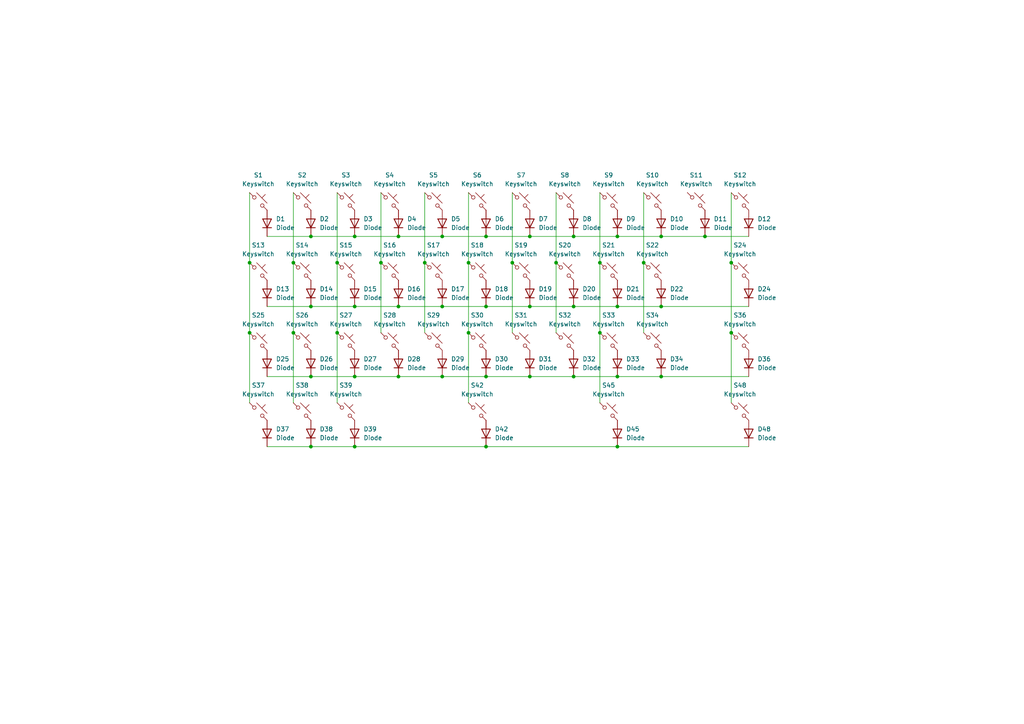
<source format=kicad_sch>
(kicad_sch
	(version 20250114)
	(generator "eeschema")
	(generator_version "9.0")
	(uuid "9eaf6811-110e-4790-bd24-55effde357ac")
	(paper "A4")
	(lib_symbols
		(symbol "ScottoKeebs:Placeholder_Diode"
			(pin_numbers
				(hide yes)
			)
			(pin_names
				(hide yes)
			)
			(exclude_from_sim no)
			(in_bom yes)
			(on_board yes)
			(property "Reference" "D"
				(at 0 2.54 0)
				(effects
					(font
						(size 1.27 1.27)
					)
				)
			)
			(property "Value" "Diode"
				(at 0 -2.54 0)
				(effects
					(font
						(size 1.27 1.27)
					)
				)
			)
			(property "Footprint" ""
				(at 0 0 0)
				(effects
					(font
						(size 1.27 1.27)
					)
					(hide yes)
				)
			)
			(property "Datasheet" ""
				(at 0 0 0)
				(effects
					(font
						(size 1.27 1.27)
					)
					(hide yes)
				)
			)
			(property "Description" "1N4148 (DO-35) or 1N4148W (SOD-123)"
				(at 0 0 0)
				(effects
					(font
						(size 1.27 1.27)
					)
					(hide yes)
				)
			)
			(property "Sim.Device" "D"
				(at 0 0 0)
				(effects
					(font
						(size 1.27 1.27)
					)
					(hide yes)
				)
			)
			(property "Sim.Pins" "1=K 2=A"
				(at 0 0 0)
				(effects
					(font
						(size 1.27 1.27)
					)
					(hide yes)
				)
			)
			(property "ki_keywords" "diode"
				(at 0 0 0)
				(effects
					(font
						(size 1.27 1.27)
					)
					(hide yes)
				)
			)
			(property "ki_fp_filters" "D*DO?35*"
				(at 0 0 0)
				(effects
					(font
						(size 1.27 1.27)
					)
					(hide yes)
				)
			)
			(symbol "Placeholder_Diode_0_1"
				(polyline
					(pts
						(xy -1.27 1.27) (xy -1.27 -1.27)
					)
					(stroke
						(width 0.254)
						(type default)
					)
					(fill
						(type none)
					)
				)
				(polyline
					(pts
						(xy 1.27 1.27) (xy 1.27 -1.27) (xy -1.27 0) (xy 1.27 1.27)
					)
					(stroke
						(width 0.254)
						(type default)
					)
					(fill
						(type none)
					)
				)
				(polyline
					(pts
						(xy 1.27 0) (xy -1.27 0)
					)
					(stroke
						(width 0)
						(type default)
					)
					(fill
						(type none)
					)
				)
			)
			(symbol "Placeholder_Diode_1_1"
				(pin passive line
					(at -3.81 0 0)
					(length 2.54)
					(name "K"
						(effects
							(font
								(size 1.27 1.27)
							)
						)
					)
					(number "1"
						(effects
							(font
								(size 1.27 1.27)
							)
						)
					)
				)
				(pin passive line
					(at 3.81 0 180)
					(length 2.54)
					(name "A"
						(effects
							(font
								(size 1.27 1.27)
							)
						)
					)
					(number "2"
						(effects
							(font
								(size 1.27 1.27)
							)
						)
					)
				)
			)
			(embedded_fonts no)
		)
		(symbol "ScottoKeebs:Placeholder_Keyswitch"
			(pin_numbers
				(hide yes)
			)
			(pin_names
				(offset 1.016)
				(hide yes)
			)
			(exclude_from_sim no)
			(in_bom yes)
			(on_board yes)
			(property "Reference" "S"
				(at 3.048 1.016 0)
				(effects
					(font
						(size 1.27 1.27)
					)
					(justify left)
				)
			)
			(property "Value" "Keyswitch"
				(at 0 -3.81 0)
				(effects
					(font
						(size 1.27 1.27)
					)
				)
			)
			(property "Footprint" ""
				(at 0 0 0)
				(effects
					(font
						(size 1.27 1.27)
					)
					(hide yes)
				)
			)
			(property "Datasheet" "~"
				(at 0 0 0)
				(effects
					(font
						(size 1.27 1.27)
					)
					(hide yes)
				)
			)
			(property "Description" "Push button switch, normally open, two pins, 45° tilted"
				(at 0 0 0)
				(effects
					(font
						(size 1.27 1.27)
					)
					(hide yes)
				)
			)
			(property "ki_keywords" "switch normally-open pushbutton push-button"
				(at 0 0 0)
				(effects
					(font
						(size 1.27 1.27)
					)
					(hide yes)
				)
			)
			(symbol "Placeholder_Keyswitch_0_1"
				(polyline
					(pts
						(xy -2.54 2.54) (xy -1.524 1.524) (xy -1.524 1.524)
					)
					(stroke
						(width 0)
						(type default)
					)
					(fill
						(type none)
					)
				)
				(circle
					(center -1.1684 1.1684)
					(radius 0.508)
					(stroke
						(width 0)
						(type default)
					)
					(fill
						(type none)
					)
				)
				(polyline
					(pts
						(xy -0.508 2.54) (xy 2.54 -0.508)
					)
					(stroke
						(width 0)
						(type default)
					)
					(fill
						(type none)
					)
				)
				(polyline
					(pts
						(xy 1.016 1.016) (xy 2.032 2.032)
					)
					(stroke
						(width 0)
						(type default)
					)
					(fill
						(type none)
					)
				)
				(circle
					(center 1.143 -1.1938)
					(radius 0.508)
					(stroke
						(width 0)
						(type default)
					)
					(fill
						(type none)
					)
				)
				(polyline
					(pts
						(xy 1.524 -1.524) (xy 2.54 -2.54) (xy 2.54 -2.54) (xy 2.54 -2.54)
					)
					(stroke
						(width 0)
						(type default)
					)
					(fill
						(type none)
					)
				)
				(pin passive line
					(at -2.54 2.54 0)
					(length 0)
					(name "1"
						(effects
							(font
								(size 1.27 1.27)
							)
						)
					)
					(number "1"
						(effects
							(font
								(size 1.27 1.27)
							)
						)
					)
				)
				(pin passive line
					(at 2.54 -2.54 180)
					(length 0)
					(name "2"
						(effects
							(font
								(size 1.27 1.27)
							)
						)
					)
					(number "2"
						(effects
							(font
								(size 1.27 1.27)
							)
						)
					)
				)
			)
			(embedded_fonts no)
		)
	)
	(junction
		(at 90.17 68.58)
		(diameter 0)
		(color 0 0 0 0)
		(uuid "0a178263-c5a0-4b7b-a1ba-ea6beb578c4a")
	)
	(junction
		(at 153.67 109.22)
		(diameter 0)
		(color 0 0 0 0)
		(uuid "0f2102d8-9e07-4d14-9a9d-f05b97ac9220")
	)
	(junction
		(at 102.87 68.58)
		(diameter 0)
		(color 0 0 0 0)
		(uuid "10bd22aa-b83b-4d64-9699-0be39630c422")
	)
	(junction
		(at 90.17 88.9)
		(diameter 0)
		(color 0 0 0 0)
		(uuid "113876ed-f16a-4b4f-890f-ec64c72f5685")
	)
	(junction
		(at 140.97 88.9)
		(diameter 0)
		(color 0 0 0 0)
		(uuid "165186e5-2deb-4935-bdb4-f3bf88c43577")
	)
	(junction
		(at 128.27 68.58)
		(diameter 0)
		(color 0 0 0 0)
		(uuid "1701e2d0-20d0-451c-865a-5fc477a4999a")
	)
	(junction
		(at 191.77 109.22)
		(diameter 0)
		(color 0 0 0 0)
		(uuid "189da146-ec7f-4446-9c17-5718258104e0")
	)
	(junction
		(at 173.99 96.52)
		(diameter 0)
		(color 0 0 0 0)
		(uuid "2caf4084-99b4-4aeb-9066-773d841325fc")
	)
	(junction
		(at 135.89 96.52)
		(diameter 0)
		(color 0 0 0 0)
		(uuid "2e166e7b-a5e6-45be-b6db-a2a57be5fb3a")
	)
	(junction
		(at 115.57 88.9)
		(diameter 0)
		(color 0 0 0 0)
		(uuid "329c74e7-5078-482e-b149-8dc0ff40574b")
	)
	(junction
		(at 179.07 68.58)
		(diameter 0)
		(color 0 0 0 0)
		(uuid "38809bc2-fca4-436a-a755-e00291dcb4bb")
	)
	(junction
		(at 186.69 76.2)
		(diameter 0)
		(color 0 0 0 0)
		(uuid "3dac8065-c48c-4b71-845e-79b4590b051d")
	)
	(junction
		(at 166.37 68.58)
		(diameter 0)
		(color 0 0 0 0)
		(uuid "3fb545a2-6dca-4910-8b34-e15c86ce6448")
	)
	(junction
		(at 97.79 76.2)
		(diameter 0)
		(color 0 0 0 0)
		(uuid "442ae9ae-e840-4c0e-9b75-5fd72eadf0bb")
	)
	(junction
		(at 115.57 109.22)
		(diameter 0)
		(color 0 0 0 0)
		(uuid "47fecf41-99b0-4dbb-9f81-68a665d9d198")
	)
	(junction
		(at 212.09 96.52)
		(diameter 0)
		(color 0 0 0 0)
		(uuid "5cdf400f-5422-476d-965e-3b9bd3222cfd")
	)
	(junction
		(at 212.09 76.2)
		(diameter 0)
		(color 0 0 0 0)
		(uuid "5f25b335-87e1-4a83-ab25-46289a2c0a93")
	)
	(junction
		(at 102.87 109.22)
		(diameter 0)
		(color 0 0 0 0)
		(uuid "63b96337-c0a4-4619-8a01-74366100535a")
	)
	(junction
		(at 204.47 68.58)
		(diameter 0)
		(color 0 0 0 0)
		(uuid "649809a0-9b8d-4aa7-9a95-df69eb835637")
	)
	(junction
		(at 115.57 68.58)
		(diameter 0)
		(color 0 0 0 0)
		(uuid "6a7d5cdd-a5c3-49f3-b378-b71500cd38d3")
	)
	(junction
		(at 191.77 68.58)
		(diameter 0)
		(color 0 0 0 0)
		(uuid "73fee55f-e747-4563-8d49-49c282d17646")
	)
	(junction
		(at 85.09 76.2)
		(diameter 0)
		(color 0 0 0 0)
		(uuid "7f66d923-0b43-4689-a4be-fbe3ce3816d3")
	)
	(junction
		(at 179.07 88.9)
		(diameter 0)
		(color 0 0 0 0)
		(uuid "861cda27-664a-4198-8cbe-8110d350db10")
	)
	(junction
		(at 153.67 88.9)
		(diameter 0)
		(color 0 0 0 0)
		(uuid "88dac856-6bd6-4cf8-a6f1-b43ab6878591")
	)
	(junction
		(at 110.49 76.2)
		(diameter 0)
		(color 0 0 0 0)
		(uuid "898ad31b-a5d7-4d83-9e56-fbb893dfa64a")
	)
	(junction
		(at 161.29 76.2)
		(diameter 0)
		(color 0 0 0 0)
		(uuid "8f2a9ebd-67f7-41f8-9341-b71b593f2e9b")
	)
	(junction
		(at 191.77 88.9)
		(diameter 0)
		(color 0 0 0 0)
		(uuid "90c5cacd-f959-4a8d-893c-b905267348ba")
	)
	(junction
		(at 179.07 129.54)
		(diameter 0)
		(color 0 0 0 0)
		(uuid "9baddae7-0cd4-4aae-850b-b06cc8ab838d")
	)
	(junction
		(at 140.97 68.58)
		(diameter 0)
		(color 0 0 0 0)
		(uuid "a5aaf26c-74b8-4b52-9c62-7ddbad22c443")
	)
	(junction
		(at 102.87 88.9)
		(diameter 0)
		(color 0 0 0 0)
		(uuid "aade8722-bdda-4c71-8cc8-1eb4cdc7f800")
	)
	(junction
		(at 128.27 109.22)
		(diameter 0)
		(color 0 0 0 0)
		(uuid "b002a49b-2fbc-46d9-a9f5-e4aba06cd179")
	)
	(junction
		(at 90.17 129.54)
		(diameter 0)
		(color 0 0 0 0)
		(uuid "c227e102-3b3b-40db-ae44-d85c26b603f5")
	)
	(junction
		(at 102.87 129.54)
		(diameter 0)
		(color 0 0 0 0)
		(uuid "c3065d05-ccb9-49fd-a8db-e52a49996489")
	)
	(junction
		(at 179.07 109.22)
		(diameter 0)
		(color 0 0 0 0)
		(uuid "c3383dfd-98bb-46f9-b77a-28992ffbfd81")
	)
	(junction
		(at 128.27 88.9)
		(diameter 0)
		(color 0 0 0 0)
		(uuid "ca0c2748-538c-43d6-bcec-aaeccddc5874")
	)
	(junction
		(at 166.37 88.9)
		(diameter 0)
		(color 0 0 0 0)
		(uuid "cb626155-3fb1-4e6a-873d-26c2cafbe98b")
	)
	(junction
		(at 72.39 96.52)
		(diameter 0)
		(color 0 0 0 0)
		(uuid "d012aa9b-bbdb-409f-bfda-c3961b0a863d")
	)
	(junction
		(at 90.17 109.22)
		(diameter 0)
		(color 0 0 0 0)
		(uuid "d1453ea1-4e8c-4ff3-b215-fca4f778cb32")
	)
	(junction
		(at 148.59 76.2)
		(diameter 0)
		(color 0 0 0 0)
		(uuid "d3d65a74-ba48-4786-9441-b8bb9f7111a8")
	)
	(junction
		(at 97.79 96.52)
		(diameter 0)
		(color 0 0 0 0)
		(uuid "d414ae5a-5e0a-413e-b17f-0e53bb523c43")
	)
	(junction
		(at 166.37 109.22)
		(diameter 0)
		(color 0 0 0 0)
		(uuid "d5ce06ea-90b4-406f-897f-20efc37c74fb")
	)
	(junction
		(at 140.97 129.54)
		(diameter 0)
		(color 0 0 0 0)
		(uuid "dcfb27d1-32dc-4179-b61c-927686da368c")
	)
	(junction
		(at 72.39 76.2)
		(diameter 0)
		(color 0 0 0 0)
		(uuid "e1f279ef-0a53-4bd8-b793-a9e632c03ed4")
	)
	(junction
		(at 153.67 68.58)
		(diameter 0)
		(color 0 0 0 0)
		(uuid "e2a058bf-4362-49b0-a9ab-f562f4a8b431")
	)
	(junction
		(at 135.89 76.2)
		(diameter 0)
		(color 0 0 0 0)
		(uuid "e5289ecd-4adc-40a1-891a-a7b59711bf0e")
	)
	(junction
		(at 85.09 96.52)
		(diameter 0)
		(color 0 0 0 0)
		(uuid "ee1c2c61-f442-4154-bcd5-a1643023e94c")
	)
	(junction
		(at 140.97 109.22)
		(diameter 0)
		(color 0 0 0 0)
		(uuid "efa380db-96b3-4b38-a6e5-bf18619824f1")
	)
	(junction
		(at 123.19 76.2)
		(diameter 0)
		(color 0 0 0 0)
		(uuid "f5e6a86a-fe02-4c72-9d20-da73b1645097")
	)
	(junction
		(at 173.99 76.2)
		(diameter 0)
		(color 0 0 0 0)
		(uuid "fec507af-5879-47fe-ad69-1c8702c5b468")
	)
	(wire
		(pts
			(xy 161.29 76.2) (xy 161.29 96.52)
		)
		(stroke
			(width 0)
			(type default)
		)
		(uuid "040818f3-686a-424a-a625-7aeceb32929d")
	)
	(wire
		(pts
			(xy 77.47 88.9) (xy 90.17 88.9)
		)
		(stroke
			(width 0)
			(type default)
		)
		(uuid "07508ba9-e07b-41d6-9cac-1069eb37d9c2")
	)
	(wire
		(pts
			(xy 153.67 68.58) (xy 166.37 68.58)
		)
		(stroke
			(width 0)
			(type default)
		)
		(uuid "0d39d90f-cf3b-4bc3-85cd-e8b0ccce8796")
	)
	(wire
		(pts
			(xy 110.49 76.2) (xy 110.49 96.52)
		)
		(stroke
			(width 0)
			(type default)
		)
		(uuid "0e65e078-5cf9-4b98-ad0d-cc59a1363b3e")
	)
	(wire
		(pts
			(xy 90.17 88.9) (xy 102.87 88.9)
		)
		(stroke
			(width 0)
			(type default)
		)
		(uuid "0e81eb38-aacd-421a-aaf2-e943b37d8e62")
	)
	(wire
		(pts
			(xy 173.99 76.2) (xy 173.99 96.52)
		)
		(stroke
			(width 0)
			(type default)
		)
		(uuid "138160b1-4411-4e97-b6be-113045a16a13")
	)
	(wire
		(pts
			(xy 186.69 76.2) (xy 186.69 96.52)
		)
		(stroke
			(width 0)
			(type default)
		)
		(uuid "1a7612ff-9801-45c9-8e2b-9fe8c1b60914")
	)
	(wire
		(pts
			(xy 102.87 68.58) (xy 115.57 68.58)
		)
		(stroke
			(width 0)
			(type default)
		)
		(uuid "22fc753b-6c0c-4c2d-a4b8-a9a3956daaa2")
	)
	(wire
		(pts
			(xy 85.09 76.2) (xy 85.09 96.52)
		)
		(stroke
			(width 0)
			(type default)
		)
		(uuid "2351cf84-955a-4ba4-803e-b56a93166df5")
	)
	(wire
		(pts
			(xy 97.79 96.52) (xy 97.79 116.84)
		)
		(stroke
			(width 0)
			(type default)
		)
		(uuid "24fd3fcd-01f7-42d3-bd1a-0808a56c65fb")
	)
	(wire
		(pts
			(xy 140.97 68.58) (xy 153.67 68.58)
		)
		(stroke
			(width 0)
			(type default)
		)
		(uuid "2674dda4-dd92-43b9-9846-d626d5f041c3")
	)
	(wire
		(pts
			(xy 115.57 109.22) (xy 128.27 109.22)
		)
		(stroke
			(width 0)
			(type default)
		)
		(uuid "2a17408c-c801-4b53-a8c6-bd5ca9b4b939")
	)
	(wire
		(pts
			(xy 148.59 55.88) (xy 148.59 76.2)
		)
		(stroke
			(width 0)
			(type default)
		)
		(uuid "2c699e80-3472-4cb3-9e1b-6993ffc7d6b4")
	)
	(wire
		(pts
			(xy 135.89 55.88) (xy 135.89 76.2)
		)
		(stroke
			(width 0)
			(type default)
		)
		(uuid "2c9bf67e-ca5a-47ed-8806-a6cd2db790b9")
	)
	(wire
		(pts
			(xy 186.69 55.88) (xy 186.69 76.2)
		)
		(stroke
			(width 0)
			(type default)
		)
		(uuid "2d71cc60-a5c0-44e6-9548-ae1760ea1d89")
	)
	(wire
		(pts
			(xy 140.97 109.22) (xy 153.67 109.22)
		)
		(stroke
			(width 0)
			(type default)
		)
		(uuid "2db5e2ba-8aaf-46c4-a7aa-057f9a5df49c")
	)
	(wire
		(pts
			(xy 123.19 55.88) (xy 123.19 76.2)
		)
		(stroke
			(width 0)
			(type default)
		)
		(uuid "30b0d018-67e9-4b58-a19b-857288740e00")
	)
	(wire
		(pts
			(xy 212.09 96.52) (xy 212.09 116.84)
		)
		(stroke
			(width 0)
			(type default)
		)
		(uuid "362aa393-feec-4383-b3ab-30024636a973")
	)
	(wire
		(pts
			(xy 179.07 109.22) (xy 191.77 109.22)
		)
		(stroke
			(width 0)
			(type default)
		)
		(uuid "3c958fba-84db-4dca-b348-d230d4d87edd")
	)
	(wire
		(pts
			(xy 128.27 68.58) (xy 140.97 68.58)
		)
		(stroke
			(width 0)
			(type default)
		)
		(uuid "4025fb36-81d5-494a-8081-740a30f1fad6")
	)
	(wire
		(pts
			(xy 102.87 109.22) (xy 115.57 109.22)
		)
		(stroke
			(width 0)
			(type default)
		)
		(uuid "4c108f8a-196d-4cf1-b697-9a1af44f2e9d")
	)
	(wire
		(pts
			(xy 153.67 109.22) (xy 166.37 109.22)
		)
		(stroke
			(width 0)
			(type default)
		)
		(uuid "4eb6a784-6796-4b50-a079-5487300e04df")
	)
	(wire
		(pts
			(xy 191.77 109.22) (xy 217.17 109.22)
		)
		(stroke
			(width 0)
			(type default)
		)
		(uuid "4f682b2a-2fe8-4066-8f38-c7d0cadf4ae2")
	)
	(wire
		(pts
			(xy 115.57 68.58) (xy 128.27 68.58)
		)
		(stroke
			(width 0)
			(type default)
		)
		(uuid "5037bcdb-f604-4e46-85eb-806a466c14d5")
	)
	(wire
		(pts
			(xy 166.37 109.22) (xy 179.07 109.22)
		)
		(stroke
			(width 0)
			(type default)
		)
		(uuid "514fb9bd-3a9b-4eb0-8961-f6768286d201")
	)
	(wire
		(pts
			(xy 128.27 109.22) (xy 140.97 109.22)
		)
		(stroke
			(width 0)
			(type default)
		)
		(uuid "52e7dc7b-5999-4860-8f73-8acad1dbb2c0")
	)
	(wire
		(pts
			(xy 179.07 88.9) (xy 191.77 88.9)
		)
		(stroke
			(width 0)
			(type default)
		)
		(uuid "57db4d98-1603-493a-b62d-f1e24f59501b")
	)
	(wire
		(pts
			(xy 110.49 55.88) (xy 110.49 76.2)
		)
		(stroke
			(width 0)
			(type default)
		)
		(uuid "5936c325-548f-4b87-9d5c-36a12dce1766")
	)
	(wire
		(pts
			(xy 72.39 96.52) (xy 72.39 116.84)
		)
		(stroke
			(width 0)
			(type default)
		)
		(uuid "5c7fea7d-6e36-4f3d-8c36-136af845e061")
	)
	(wire
		(pts
			(xy 102.87 129.54) (xy 140.97 129.54)
		)
		(stroke
			(width 0)
			(type default)
		)
		(uuid "61df3436-6498-44d2-868a-1917cd251d60")
	)
	(wire
		(pts
			(xy 179.07 129.54) (xy 217.17 129.54)
		)
		(stroke
			(width 0)
			(type default)
		)
		(uuid "621b0b8b-746f-4e7f-ab68-abf55c877d0d")
	)
	(wire
		(pts
			(xy 173.99 96.52) (xy 173.99 116.84)
		)
		(stroke
			(width 0)
			(type default)
		)
		(uuid "6ac288f8-ac2b-4362-a477-1e2c0af8988e")
	)
	(wire
		(pts
			(xy 102.87 88.9) (xy 115.57 88.9)
		)
		(stroke
			(width 0)
			(type default)
		)
		(uuid "6f009f91-ad41-4126-ae8b-40b438682cea")
	)
	(wire
		(pts
			(xy 97.79 55.88) (xy 97.79 76.2)
		)
		(stroke
			(width 0)
			(type default)
		)
		(uuid "6f4055e8-60cf-4760-a5d7-c608bbbe5c36")
	)
	(wire
		(pts
			(xy 135.89 76.2) (xy 135.89 96.52)
		)
		(stroke
			(width 0)
			(type default)
		)
		(uuid "7574d7cf-6b9c-4c81-979d-7595e198e332")
	)
	(wire
		(pts
			(xy 191.77 88.9) (xy 217.17 88.9)
		)
		(stroke
			(width 0)
			(type default)
		)
		(uuid "76205ebb-90a0-4aa0-a214-c46c911b6f9f")
	)
	(wire
		(pts
			(xy 204.47 68.58) (xy 217.17 68.58)
		)
		(stroke
			(width 0)
			(type default)
		)
		(uuid "766c3d5e-3f1e-4e94-a38c-db69636eb980")
	)
	(wire
		(pts
			(xy 128.27 88.9) (xy 140.97 88.9)
		)
		(stroke
			(width 0)
			(type default)
		)
		(uuid "76eb6fa9-e096-4b0f-9080-a8b156d61959")
	)
	(wire
		(pts
			(xy 97.79 76.2) (xy 97.79 96.52)
		)
		(stroke
			(width 0)
			(type default)
		)
		(uuid "7950b891-20fc-498b-a394-a2568389fcd3")
	)
	(wire
		(pts
			(xy 166.37 68.58) (xy 179.07 68.58)
		)
		(stroke
			(width 0)
			(type default)
		)
		(uuid "79611776-6a9a-4ec2-8e5a-8db9c7da27b1")
	)
	(wire
		(pts
			(xy 153.67 88.9) (xy 166.37 88.9)
		)
		(stroke
			(width 0)
			(type default)
		)
		(uuid "81a6c8b3-ba8b-4ae9-b44b-714eddc2832c")
	)
	(wire
		(pts
			(xy 173.99 55.88) (xy 173.99 76.2)
		)
		(stroke
			(width 0)
			(type default)
		)
		(uuid "854c4e05-7f9a-43df-892e-93a1c45892f2")
	)
	(wire
		(pts
			(xy 85.09 96.52) (xy 85.09 116.84)
		)
		(stroke
			(width 0)
			(type default)
		)
		(uuid "86da84f7-26b7-4c18-b692-e902817c21bb")
	)
	(wire
		(pts
			(xy 72.39 76.2) (xy 72.39 96.52)
		)
		(stroke
			(width 0)
			(type default)
		)
		(uuid "8904fb72-0148-42dc-947a-e7650adcbb25")
	)
	(wire
		(pts
			(xy 77.47 109.22) (xy 90.17 109.22)
		)
		(stroke
			(width 0)
			(type default)
		)
		(uuid "8e6a7d32-903e-4605-8279-f17c8953ea27")
	)
	(wire
		(pts
			(xy 123.19 76.2) (xy 123.19 96.52)
		)
		(stroke
			(width 0)
			(type default)
		)
		(uuid "9e651683-3f65-44e5-8e76-b2f6e09c7a73")
	)
	(wire
		(pts
			(xy 90.17 68.58) (xy 102.87 68.58)
		)
		(stroke
			(width 0)
			(type default)
		)
		(uuid "a7df9187-aeab-4a91-acf8-508e6105d945")
	)
	(wire
		(pts
			(xy 212.09 76.2) (xy 212.09 96.52)
		)
		(stroke
			(width 0)
			(type default)
		)
		(uuid "b493f07a-ae52-41b6-921a-c226244a1489")
	)
	(wire
		(pts
			(xy 85.09 55.88) (xy 85.09 76.2)
		)
		(stroke
			(width 0)
			(type default)
		)
		(uuid "ba505cd9-ad09-4334-a84e-354273b020b0")
	)
	(wire
		(pts
			(xy 179.07 68.58) (xy 191.77 68.58)
		)
		(stroke
			(width 0)
			(type default)
		)
		(uuid "bf25f8cf-15f6-47ce-bd63-e723bb0c95f3")
	)
	(wire
		(pts
			(xy 166.37 88.9) (xy 179.07 88.9)
		)
		(stroke
			(width 0)
			(type default)
		)
		(uuid "c150245f-ae2b-4721-80ac-162c47232c3c")
	)
	(wire
		(pts
			(xy 161.29 55.88) (xy 161.29 76.2)
		)
		(stroke
			(width 0)
			(type default)
		)
		(uuid "c19db86c-eae0-4a07-a0e8-b2aac3f2dc6b")
	)
	(wire
		(pts
			(xy 90.17 129.54) (xy 102.87 129.54)
		)
		(stroke
			(width 0)
			(type default)
		)
		(uuid "c3244926-33d9-4f89-85a0-85a0b6992170")
	)
	(wire
		(pts
			(xy 140.97 129.54) (xy 179.07 129.54)
		)
		(stroke
			(width 0)
			(type default)
		)
		(uuid "ced6380c-d2d3-430e-811c-b0143a001711")
	)
	(wire
		(pts
			(xy 212.09 55.88) (xy 212.09 76.2)
		)
		(stroke
			(width 0)
			(type default)
		)
		(uuid "d01902f2-6ce5-4091-977f-2687ecc1fb50")
	)
	(wire
		(pts
			(xy 77.47 68.58) (xy 90.17 68.58)
		)
		(stroke
			(width 0)
			(type default)
		)
		(uuid "d79cbfa5-303b-47af-a405-45f89f3e8736")
	)
	(wire
		(pts
			(xy 191.77 68.58) (xy 204.47 68.58)
		)
		(stroke
			(width 0)
			(type default)
		)
		(uuid "d9a8a24d-3388-4def-a494-14402e8938a8")
	)
	(wire
		(pts
			(xy 77.47 129.54) (xy 90.17 129.54)
		)
		(stroke
			(width 0)
			(type default)
		)
		(uuid "e6bfb908-52b6-4fe0-9579-7ee1f385cbeb")
	)
	(wire
		(pts
			(xy 90.17 109.22) (xy 102.87 109.22)
		)
		(stroke
			(width 0)
			(type default)
		)
		(uuid "e8201d89-756c-4fad-86c1-1302fad92f68")
	)
	(wire
		(pts
			(xy 135.89 96.52) (xy 135.89 116.84)
		)
		(stroke
			(width 0)
			(type default)
		)
		(uuid "ebd509b7-044b-464c-9f4d-39c2a7e7bd0e")
	)
	(wire
		(pts
			(xy 148.59 76.2) (xy 148.59 96.52)
		)
		(stroke
			(width 0)
			(type default)
		)
		(uuid "f23e36af-e75c-4dd7-854b-ffb58bbe77ce")
	)
	(wire
		(pts
			(xy 72.39 55.88) (xy 72.39 76.2)
		)
		(stroke
			(width 0)
			(type default)
		)
		(uuid "f25f045c-b753-4b08-b47e-6001ed9797f3")
	)
	(wire
		(pts
			(xy 140.97 88.9) (xy 153.67 88.9)
		)
		(stroke
			(width 0)
			(type default)
		)
		(uuid "f2c373a0-1620-4af9-8d9f-69243ecc9747")
	)
	(wire
		(pts
			(xy 115.57 88.9) (xy 128.27 88.9)
		)
		(stroke
			(width 0)
			(type default)
		)
		(uuid "f3ec88e0-7f59-4469-adb2-f0d0a5fb7f88")
	)
	(symbol
		(lib_id "ScottoKeebs:Placeholder_Keyswitch")
		(at 189.23 99.06 0)
		(unit 1)
		(exclude_from_sim no)
		(in_bom yes)
		(on_board yes)
		(dnp no)
		(fields_autoplaced yes)
		(uuid "008fe84f-3a2d-45bd-9e81-42cb5a9dcb91")
		(property "Reference" "S34"
			(at 189.23 91.44 0)
			(effects
				(font
					(size 1.27 1.27)
				)
			)
		)
		(property "Value" "Keyswitch"
			(at 189.23 93.98 0)
			(effects
				(font
					(size 1.27 1.27)
				)
			)
		)
		(property "Footprint" "ScottoKeebs_MX:MX_PCB_1.25u"
			(at 189.23 99.06 0)
			(effects
				(font
					(size 1.27 1.27)
				)
				(hide yes)
			)
		)
		(property "Datasheet" "~"
			(at 189.23 99.06 0)
			(effects
				(font
					(size 1.27 1.27)
				)
				(hide yes)
			)
		)
		(property "Description" "Push button switch, normally open, two pins, 45° tilted"
			(at 189.23 99.06 0)
			(effects
				(font
					(size 1.27 1.27)
				)
				(hide yes)
			)
		)
		(pin "1"
			(uuid "6d687487-f73b-4167-a3aa-d2b7223e4733")
		)
		(pin "2"
			(uuid "3034eb3f-f3c5-4bf5-b7ee-b17a43361def")
		)
		(instances
			(project "JD40 Keyboard"
				(path "/9eaf6811-110e-4790-bd24-55effde357ac"
					(reference "S34")
					(unit 1)
				)
			)
		)
	)
	(symbol
		(lib_id "ScottoKeebs:Placeholder_Keyswitch")
		(at 100.33 78.74 0)
		(unit 1)
		(exclude_from_sim no)
		(in_bom yes)
		(on_board yes)
		(dnp no)
		(fields_autoplaced yes)
		(uuid "00a10c9a-8b35-44b6-82ae-1673f1da681c")
		(property "Reference" "S15"
			(at 100.33 71.12 0)
			(effects
				(font
					(size 1.27 1.27)
				)
			)
		)
		(property "Value" "Keyswitch"
			(at 100.33 73.66 0)
			(effects
				(font
					(size 1.27 1.27)
				)
			)
		)
		(property "Footprint" "ScottoKeebs_MX:MX_PCB_1.00u"
			(at 100.33 78.74 0)
			(effects
				(font
					(size 1.27 1.27)
				)
				(hide yes)
			)
		)
		(property "Datasheet" "~"
			(at 100.33 78.74 0)
			(effects
				(font
					(size 1.27 1.27)
				)
				(hide yes)
			)
		)
		(property "Description" "Push button switch, normally open, two pins, 45° tilted"
			(at 100.33 78.74 0)
			(effects
				(font
					(size 1.27 1.27)
				)
				(hide yes)
			)
		)
		(pin "1"
			(uuid "f2966200-d315-45f1-98fe-014bc9a7115d")
		)
		(pin "2"
			(uuid "31edcce3-c8a3-4564-9272-0f8a0caf756f")
		)
		(instances
			(project "JD40 Keyboard"
				(path "/9eaf6811-110e-4790-bd24-55effde357ac"
					(reference "S15")
					(unit 1)
				)
			)
		)
	)
	(symbol
		(lib_id "ScottoKeebs:Placeholder_Diode")
		(at 166.37 105.41 90)
		(unit 1)
		(exclude_from_sim no)
		(in_bom yes)
		(on_board yes)
		(dnp no)
		(fields_autoplaced yes)
		(uuid "04842a90-4fd5-4884-9933-3e7db3d83f36")
		(property "Reference" "D32"
			(at 168.91 104.1399 90)
			(effects
				(font
					(size 1.27 1.27)
				)
				(justify right)
			)
		)
		(property "Value" "Diode"
			(at 168.91 106.6799 90)
			(effects
				(font
					(size 1.27 1.27)
				)
				(justify right)
			)
		)
		(property "Footprint" "ScottoKeebs_Components:Diode_SOD-123"
			(at 166.37 105.41 0)
			(effects
				(font
					(size 1.27 1.27)
				)
				(hide yes)
			)
		)
		(property "Datasheet" ""
			(at 166.37 105.41 0)
			(effects
				(font
					(size 1.27 1.27)
				)
				(hide yes)
			)
		)
		(property "Description" "1N4148 (DO-35) or 1N4148W (SOD-123)"
			(at 166.37 105.41 0)
			(effects
				(font
					(size 1.27 1.27)
				)
				(hide yes)
			)
		)
		(property "Sim.Device" "D"
			(at 166.37 105.41 0)
			(effects
				(font
					(size 1.27 1.27)
				)
				(hide yes)
			)
		)
		(property "Sim.Pins" "1=K 2=A"
			(at 166.37 105.41 0)
			(effects
				(font
					(size 1.27 1.27)
				)
				(hide yes)
			)
		)
		(pin "2"
			(uuid "31e39202-5f0a-403c-a739-238fd2a0269c")
		)
		(pin "1"
			(uuid "9e34b719-0940-4cb4-a449-770ab48bb5d0")
		)
		(instances
			(project "JD40 Keyboard"
				(path "/9eaf6811-110e-4790-bd24-55effde357ac"
					(reference "D32")
					(unit 1)
				)
			)
		)
	)
	(symbol
		(lib_id "ScottoKeebs:Placeholder_Keyswitch")
		(at 113.03 78.74 0)
		(unit 1)
		(exclude_from_sim no)
		(in_bom yes)
		(on_board yes)
		(dnp no)
		(fields_autoplaced yes)
		(uuid "04bcc346-ec2e-4e4f-8406-56b512466537")
		(property "Reference" "S16"
			(at 113.03 71.12 0)
			(effects
				(font
					(size 1.27 1.27)
				)
			)
		)
		(property "Value" "Keyswitch"
			(at 113.03 73.66 0)
			(effects
				(font
					(size 1.27 1.27)
				)
			)
		)
		(property "Footprint" "ScottoKeebs_MX:MX_PCB_1.00u"
			(at 113.03 78.74 0)
			(effects
				(font
					(size 1.27 1.27)
				)
				(hide yes)
			)
		)
		(property "Datasheet" "~"
			(at 113.03 78.74 0)
			(effects
				(font
					(size 1.27 1.27)
				)
				(hide yes)
			)
		)
		(property "Description" "Push button switch, normally open, two pins, 45° tilted"
			(at 113.03 78.74 0)
			(effects
				(font
					(size 1.27 1.27)
				)
				(hide yes)
			)
		)
		(pin "1"
			(uuid "492e97ca-8236-4f8b-bf32-f68b31ba6bd7")
		)
		(pin "2"
			(uuid "20c18843-493d-4eb6-8f7d-5afe69437aec")
		)
		(instances
			(project "JD40 Keyboard"
				(path "/9eaf6811-110e-4790-bd24-55effde357ac"
					(reference "S16")
					(unit 1)
				)
			)
		)
	)
	(symbol
		(lib_id "ScottoKeebs:Placeholder_Diode")
		(at 140.97 85.09 90)
		(unit 1)
		(exclude_from_sim no)
		(in_bom yes)
		(on_board yes)
		(dnp no)
		(fields_autoplaced yes)
		(uuid "086af1a6-49d1-459b-b455-b74a9cfeacfb")
		(property "Reference" "D18"
			(at 143.51 83.8199 90)
			(effects
				(font
					(size 1.27 1.27)
				)
				(justify right)
			)
		)
		(property "Value" "Diode"
			(at 143.51 86.3599 90)
			(effects
				(font
					(size 1.27 1.27)
				)
				(justify right)
			)
		)
		(property "Footprint" "ScottoKeebs_Components:Diode_SOD-123"
			(at 140.97 85.09 0)
			(effects
				(font
					(size 1.27 1.27)
				)
				(hide yes)
			)
		)
		(property "Datasheet" ""
			(at 140.97 85.09 0)
			(effects
				(font
					(size 1.27 1.27)
				)
				(hide yes)
			)
		)
		(property "Description" "1N4148 (DO-35) or 1N4148W (SOD-123)"
			(at 140.97 85.09 0)
			(effects
				(font
					(size 1.27 1.27)
				)
				(hide yes)
			)
		)
		(property "Sim.Device" "D"
			(at 140.97 85.09 0)
			(effects
				(font
					(size 1.27 1.27)
				)
				(hide yes)
			)
		)
		(property "Sim.Pins" "1=K 2=A"
			(at 140.97 85.09 0)
			(effects
				(font
					(size 1.27 1.27)
				)
				(hide yes)
			)
		)
		(pin "2"
			(uuid "9f466df5-0864-480e-8036-b3e7b9d9fc09")
		)
		(pin "1"
			(uuid "b1958c4d-60d1-4d42-8a88-ffa6effda2a9")
		)
		(instances
			(project "JD40 Keyboard"
				(path "/9eaf6811-110e-4790-bd24-55effde357ac"
					(reference "D18")
					(unit 1)
				)
			)
		)
	)
	(symbol
		(lib_id "ScottoKeebs:Placeholder_Diode")
		(at 102.87 64.77 90)
		(unit 1)
		(exclude_from_sim no)
		(in_bom yes)
		(on_board yes)
		(dnp no)
		(fields_autoplaced yes)
		(uuid "11267140-4d38-4352-9b0c-46cff4cf2b53")
		(property "Reference" "D3"
			(at 105.41 63.4999 90)
			(effects
				(font
					(size 1.27 1.27)
				)
				(justify right)
			)
		)
		(property "Value" "Diode"
			(at 105.41 66.0399 90)
			(effects
				(font
					(size 1.27 1.27)
				)
				(justify right)
			)
		)
		(property "Footprint" "ScottoKeebs_Components:Diode_SOD-123"
			(at 102.87 64.77 0)
			(effects
				(font
					(size 1.27 1.27)
				)
				(hide yes)
			)
		)
		(property "Datasheet" ""
			(at 102.87 64.77 0)
			(effects
				(font
					(size 1.27 1.27)
				)
				(hide yes)
			)
		)
		(property "Description" "1N4148 (DO-35) or 1N4148W (SOD-123)"
			(at 102.87 64.77 0)
			(effects
				(font
					(size 1.27 1.27)
				)
				(hide yes)
			)
		)
		(property "Sim.Device" "D"
			(at 102.87 64.77 0)
			(effects
				(font
					(size 1.27 1.27)
				)
				(hide yes)
			)
		)
		(property "Sim.Pins" "1=K 2=A"
			(at 102.87 64.77 0)
			(effects
				(font
					(size 1.27 1.27)
				)
				(hide yes)
			)
		)
		(pin "2"
			(uuid "09bbf72c-da99-4aec-b041-02823a23e219")
		)
		(pin "1"
			(uuid "87640355-950b-4cbf-93c6-f6e45a0bed93")
		)
		(instances
			(project "JD40 Keyboard"
				(path "/9eaf6811-110e-4790-bd24-55effde357ac"
					(reference "D3")
					(unit 1)
				)
			)
		)
	)
	(symbol
		(lib_id "ScottoKeebs:Placeholder_Keyswitch")
		(at 125.73 58.42 0)
		(unit 1)
		(exclude_from_sim no)
		(in_bom yes)
		(on_board yes)
		(dnp no)
		(fields_autoplaced yes)
		(uuid "12d82467-b377-44d1-92b1-2140780a34c3")
		(property "Reference" "S5"
			(at 125.73 50.8 0)
			(effects
				(font
					(size 1.27 1.27)
				)
			)
		)
		(property "Value" "Keyswitch"
			(at 125.73 53.34 0)
			(effects
				(font
					(size 1.27 1.27)
				)
			)
		)
		(property "Footprint" "ScottoKeebs_MX:MX_PCB_1.00u"
			(at 125.73 58.42 0)
			(effects
				(font
					(size 1.27 1.27)
				)
				(hide yes)
			)
		)
		(property "Datasheet" "~"
			(at 125.73 58.42 0)
			(effects
				(font
					(size 1.27 1.27)
				)
				(hide yes)
			)
		)
		(property "Description" "Push button switch, normally open, two pins, 45° tilted"
			(at 125.73 58.42 0)
			(effects
				(font
					(size 1.27 1.27)
				)
				(hide yes)
			)
		)
		(pin "1"
			(uuid "1fefb6ac-ab37-4734-87be-3d4c9930ba6b")
		)
		(pin "2"
			(uuid "8631e109-8d18-4cec-96a3-2fe15e3c23d3")
		)
		(instances
			(project "JD40 Keyboard"
				(path "/9eaf6811-110e-4790-bd24-55effde357ac"
					(reference "S5")
					(unit 1)
				)
			)
		)
	)
	(symbol
		(lib_id "ScottoKeebs:Placeholder_Keyswitch")
		(at 151.13 78.74 0)
		(unit 1)
		(exclude_from_sim no)
		(in_bom yes)
		(on_board yes)
		(dnp no)
		(fields_autoplaced yes)
		(uuid "149d3293-fda8-4be1-a39a-a7de94861115")
		(property "Reference" "S19"
			(at 151.13 71.12 0)
			(effects
				(font
					(size 1.27 1.27)
				)
			)
		)
		(property "Value" "Keyswitch"
			(at 151.13 73.66 0)
			(effects
				(font
					(size 1.27 1.27)
				)
			)
		)
		(property "Footprint" "ScottoKeebs_MX:MX_PCB_1.00u"
			(at 151.13 78.74 0)
			(effects
				(font
					(size 1.27 1.27)
				)
				(hide yes)
			)
		)
		(property "Datasheet" "~"
			(at 151.13 78.74 0)
			(effects
				(font
					(size 1.27 1.27)
				)
				(hide yes)
			)
		)
		(property "Description" "Push button switch, normally open, two pins, 45° tilted"
			(at 151.13 78.74 0)
			(effects
				(font
					(size 1.27 1.27)
				)
				(hide yes)
			)
		)
		(pin "1"
			(uuid "89833ee8-3070-4d16-9743-7f347a55f507")
		)
		(pin "2"
			(uuid "d8e260f7-ba64-41ff-afec-2f570e129a99")
		)
		(instances
			(project "JD40 Keyboard"
				(path "/9eaf6811-110e-4790-bd24-55effde357ac"
					(reference "S19")
					(unit 1)
				)
			)
		)
	)
	(symbol
		(lib_id "ScottoKeebs:Placeholder_Diode")
		(at 77.47 125.73 90)
		(unit 1)
		(exclude_from_sim no)
		(in_bom yes)
		(on_board yes)
		(dnp no)
		(fields_autoplaced yes)
		(uuid "15a3e974-4b43-442f-b85f-c141c9f73f5e")
		(property "Reference" "D37"
			(at 80.01 124.4599 90)
			(effects
				(font
					(size 1.27 1.27)
				)
				(justify right)
			)
		)
		(property "Value" "Diode"
			(at 80.01 126.9999 90)
			(effects
				(font
					(size 1.27 1.27)
				)
				(justify right)
			)
		)
		(property "Footprint" "ScottoKeebs_Components:Diode_SOD-123"
			(at 77.47 125.73 0)
			(effects
				(font
					(size 1.27 1.27)
				)
				(hide yes)
			)
		)
		(property "Datasheet" ""
			(at 77.47 125.73 0)
			(effects
				(font
					(size 1.27 1.27)
				)
				(hide yes)
			)
		)
		(property "Description" "1N4148 (DO-35) or 1N4148W (SOD-123)"
			(at 77.47 125.73 0)
			(effects
				(font
					(size 1.27 1.27)
				)
				(hide yes)
			)
		)
		(property "Sim.Device" "D"
			(at 77.47 125.73 0)
			(effects
				(font
					(size 1.27 1.27)
				)
				(hide yes)
			)
		)
		(property "Sim.Pins" "1=K 2=A"
			(at 77.47 125.73 0)
			(effects
				(font
					(size 1.27 1.27)
				)
				(hide yes)
			)
		)
		(pin "2"
			(uuid "ff3e552c-864a-423b-b66f-4ee32f503368")
		)
		(pin "1"
			(uuid "8b27a774-49bc-48ac-8da0-b451a6b4bb38")
		)
		(instances
			(project "JD40 Keyboard"
				(path "/9eaf6811-110e-4790-bd24-55effde357ac"
					(reference "D37")
					(unit 1)
				)
			)
		)
	)
	(symbol
		(lib_id "ScottoKeebs:Placeholder_Keyswitch")
		(at 176.53 119.38 0)
		(unit 1)
		(exclude_from_sim no)
		(in_bom yes)
		(on_board yes)
		(dnp no)
		(fields_autoplaced yes)
		(uuid "16f3643a-16bd-4b9e-84c8-88cede4b1e04")
		(property "Reference" "S45"
			(at 176.53 111.76 0)
			(effects
				(font
					(size 1.27 1.27)
				)
			)
		)
		(property "Value" "Keyswitch"
			(at 176.53 114.3 0)
			(effects
				(font
					(size 1.27 1.27)
				)
			)
		)
		(property "Footprint" "ScottoKeebs_MX:MX_PCB_1.25u"
			(at 176.53 119.38 0)
			(effects
				(font
					(size 1.27 1.27)
				)
				(hide yes)
			)
		)
		(property "Datasheet" "~"
			(at 176.53 119.38 0)
			(effects
				(font
					(size 1.27 1.27)
				)
				(hide yes)
			)
		)
		(property "Description" "Push button switch, normally open, two pins, 45° tilted"
			(at 176.53 119.38 0)
			(effects
				(font
					(size 1.27 1.27)
				)
				(hide yes)
			)
		)
		(pin "1"
			(uuid "7701223c-1210-4041-b701-b3b5521a7e51")
		)
		(pin "2"
			(uuid "bd5792ad-55a5-4d06-aadd-cacab8aea320")
		)
		(instances
			(project "JD40 Keyboard"
				(path "/9eaf6811-110e-4790-bd24-55effde357ac"
					(reference "S45")
					(unit 1)
				)
			)
		)
	)
	(symbol
		(lib_id "ScottoKeebs:Placeholder_Keyswitch")
		(at 138.43 99.06 0)
		(unit 1)
		(exclude_from_sim no)
		(in_bom yes)
		(on_board yes)
		(dnp no)
		(fields_autoplaced yes)
		(uuid "1a6b7a7c-d4ff-4706-95ac-23803c36a422")
		(property "Reference" "S30"
			(at 138.43 91.44 0)
			(effects
				(font
					(size 1.27 1.27)
				)
			)
		)
		(property "Value" "Keyswitch"
			(at 138.43 93.98 0)
			(effects
				(font
					(size 1.27 1.27)
				)
			)
		)
		(property "Footprint" "ScottoKeebs_MX:MX_PCB_1.00u"
			(at 138.43 99.06 0)
			(effects
				(font
					(size 1.27 1.27)
				)
				(hide yes)
			)
		)
		(property "Datasheet" "~"
			(at 138.43 99.06 0)
			(effects
				(font
					(size 1.27 1.27)
				)
				(hide yes)
			)
		)
		(property "Description" "Push button switch, normally open, two pins, 45° tilted"
			(at 138.43 99.06 0)
			(effects
				(font
					(size 1.27 1.27)
				)
				(hide yes)
			)
		)
		(pin "1"
			(uuid "b188fdd7-bbd7-4643-bb98-878e3f2258ee")
		)
		(pin "2"
			(uuid "fb790f29-264c-4e71-9739-49c63e1df80b")
		)
		(instances
			(project "JD40 Keyboard"
				(path "/9eaf6811-110e-4790-bd24-55effde357ac"
					(reference "S30")
					(unit 1)
				)
			)
		)
	)
	(symbol
		(lib_id "ScottoKeebs:Placeholder_Keyswitch")
		(at 176.53 99.06 0)
		(unit 1)
		(exclude_from_sim no)
		(in_bom yes)
		(on_board yes)
		(dnp no)
		(fields_autoplaced yes)
		(uuid "2130d489-9ad5-4b44-87e2-483ded8c2da8")
		(property "Reference" "S33"
			(at 176.53 91.44 0)
			(effects
				(font
					(size 1.27 1.27)
				)
			)
		)
		(property "Value" "Keyswitch"
			(at 176.53 93.98 0)
			(effects
				(font
					(size 1.27 1.27)
				)
			)
		)
		(property "Footprint" "ScottoKeebs_MX:MX_PCB_1.00u"
			(at 176.53 99.06 0)
			(effects
				(font
					(size 1.27 1.27)
				)
				(hide yes)
			)
		)
		(property "Datasheet" "~"
			(at 176.53 99.06 0)
			(effects
				(font
					(size 1.27 1.27)
				)
				(hide yes)
			)
		)
		(property "Description" "Push button switch, normally open, two pins, 45° tilted"
			(at 176.53 99.06 0)
			(effects
				(font
					(size 1.27 1.27)
				)
				(hide yes)
			)
		)
		(pin "1"
			(uuid "d618f0e5-96af-4dc1-886a-9a1eb8f8b4d2")
		)
		(pin "2"
			(uuid "316773cf-1adc-49ee-b183-1a3368b18f86")
		)
		(instances
			(project "JD40 Keyboard"
				(path "/9eaf6811-110e-4790-bd24-55effde357ac"
					(reference "S33")
					(unit 1)
				)
			)
		)
	)
	(symbol
		(lib_id "ScottoKeebs:Placeholder_Keyswitch")
		(at 138.43 58.42 0)
		(unit 1)
		(exclude_from_sim no)
		(in_bom yes)
		(on_board yes)
		(dnp no)
		(fields_autoplaced yes)
		(uuid "2335d140-cf08-4094-9baf-23a46cb73917")
		(property "Reference" "S6"
			(at 138.43 50.8 0)
			(effects
				(font
					(size 1.27 1.27)
				)
			)
		)
		(property "Value" "Keyswitch"
			(at 138.43 53.34 0)
			(effects
				(font
					(size 1.27 1.27)
				)
			)
		)
		(property "Footprint" "ScottoKeebs_MX:MX_PCB_1.00u"
			(at 138.43 58.42 0)
			(effects
				(font
					(size 1.27 1.27)
				)
				(hide yes)
			)
		)
		(property "Datasheet" "~"
			(at 138.43 58.42 0)
			(effects
				(font
					(size 1.27 1.27)
				)
				(hide yes)
			)
		)
		(property "Description" "Push button switch, normally open, two pins, 45° tilted"
			(at 138.43 58.42 0)
			(effects
				(font
					(size 1.27 1.27)
				)
				(hide yes)
			)
		)
		(pin "1"
			(uuid "7241438a-d3f9-4cad-b552-d48742ce6dc4")
		)
		(pin "2"
			(uuid "af786cf0-6b9b-430f-bf79-43c578adff1b")
		)
		(instances
			(project "JD40 Keyboard"
				(path "/9eaf6811-110e-4790-bd24-55effde357ac"
					(reference "S6")
					(unit 1)
				)
			)
		)
	)
	(symbol
		(lib_id "ScottoKeebs:Placeholder_Diode")
		(at 140.97 64.77 90)
		(unit 1)
		(exclude_from_sim no)
		(in_bom yes)
		(on_board yes)
		(dnp no)
		(fields_autoplaced yes)
		(uuid "24121f6b-d604-4b5c-8112-9c4479e4965d")
		(property "Reference" "D6"
			(at 143.51 63.4999 90)
			(effects
				(font
					(size 1.27 1.27)
				)
				(justify right)
			)
		)
		(property "Value" "Diode"
			(at 143.51 66.0399 90)
			(effects
				(font
					(size 1.27 1.27)
				)
				(justify right)
			)
		)
		(property "Footprint" "ScottoKeebs_Components:Diode_SOD-123"
			(at 140.97 64.77 0)
			(effects
				(font
					(size 1.27 1.27)
				)
				(hide yes)
			)
		)
		(property "Datasheet" ""
			(at 140.97 64.77 0)
			(effects
				(font
					(size 1.27 1.27)
				)
				(hide yes)
			)
		)
		(property "Description" "1N4148 (DO-35) or 1N4148W (SOD-123)"
			(at 140.97 64.77 0)
			(effects
				(font
					(size 1.27 1.27)
				)
				(hide yes)
			)
		)
		(property "Sim.Device" "D"
			(at 140.97 64.77 0)
			(effects
				(font
					(size 1.27 1.27)
				)
				(hide yes)
			)
		)
		(property "Sim.Pins" "1=K 2=A"
			(at 140.97 64.77 0)
			(effects
				(font
					(size 1.27 1.27)
				)
				(hide yes)
			)
		)
		(pin "2"
			(uuid "a3c29aee-dc4c-4aa8-bde9-99a249c0e946")
		)
		(pin "1"
			(uuid "19603b10-ba07-413d-8093-64a7913492d5")
		)
		(instances
			(project "JD40 Keyboard"
				(path "/9eaf6811-110e-4790-bd24-55effde357ac"
					(reference "D6")
					(unit 1)
				)
			)
		)
	)
	(symbol
		(lib_id "ScottoKeebs:Placeholder_Diode")
		(at 115.57 105.41 90)
		(unit 1)
		(exclude_from_sim no)
		(in_bom yes)
		(on_board yes)
		(dnp no)
		(fields_autoplaced yes)
		(uuid "2a2bd1c7-bc90-486b-b515-16e4f9ad1489")
		(property "Reference" "D28"
			(at 118.11 104.1399 90)
			(effects
				(font
					(size 1.27 1.27)
				)
				(justify right)
			)
		)
		(property "Value" "Diode"
			(at 118.11 106.6799 90)
			(effects
				(font
					(size 1.27 1.27)
				)
				(justify right)
			)
		)
		(property "Footprint" "ScottoKeebs_Components:Diode_SOD-123"
			(at 115.57 105.41 0)
			(effects
				(font
					(size 1.27 1.27)
				)
				(hide yes)
			)
		)
		(property "Datasheet" ""
			(at 115.57 105.41 0)
			(effects
				(font
					(size 1.27 1.27)
				)
				(hide yes)
			)
		)
		(property "Description" "1N4148 (DO-35) or 1N4148W (SOD-123)"
			(at 115.57 105.41 0)
			(effects
				(font
					(size 1.27 1.27)
				)
				(hide yes)
			)
		)
		(property "Sim.Device" "D"
			(at 115.57 105.41 0)
			(effects
				(font
					(size 1.27 1.27)
				)
				(hide yes)
			)
		)
		(property "Sim.Pins" "1=K 2=A"
			(at 115.57 105.41 0)
			(effects
				(font
					(size 1.27 1.27)
				)
				(hide yes)
			)
		)
		(pin "2"
			(uuid "248fc2df-8107-4439-ba72-b90de71e4279")
		)
		(pin "1"
			(uuid "4af0465a-ab8d-49f4-8a7c-2614ee028baa")
		)
		(instances
			(project "JD40 Keyboard"
				(path "/9eaf6811-110e-4790-bd24-55effde357ac"
					(reference "D28")
					(unit 1)
				)
			)
		)
	)
	(symbol
		(lib_id "ScottoKeebs:Placeholder_Diode")
		(at 77.47 64.77 90)
		(unit 1)
		(exclude_from_sim no)
		(in_bom yes)
		(on_board yes)
		(dnp no)
		(fields_autoplaced yes)
		(uuid "325ec16c-cf31-4687-8418-bce50c8b6319")
		(property "Reference" "D1"
			(at 80.01 63.4999 90)
			(effects
				(font
					(size 1.27 1.27)
				)
				(justify right)
			)
		)
		(property "Value" "Diode"
			(at 80.01 66.0399 90)
			(effects
				(font
					(size 1.27 1.27)
				)
				(justify right)
			)
		)
		(property "Footprint" "ScottoKeebs_Components:Diode_SOD-123"
			(at 77.47 64.77 0)
			(effects
				(font
					(size 1.27 1.27)
				)
				(hide yes)
			)
		)
		(property "Datasheet" ""
			(at 77.47 64.77 0)
			(effects
				(font
					(size 1.27 1.27)
				)
				(hide yes)
			)
		)
		(property "Description" "1N4148 (DO-35) or 1N4148W (SOD-123)"
			(at 77.47 64.77 0)
			(effects
				(font
					(size 1.27 1.27)
				)
				(hide yes)
			)
		)
		(property "Sim.Device" "D"
			(at 77.47 64.77 0)
			(effects
				(font
					(size 1.27 1.27)
				)
				(hide yes)
			)
		)
		(property "Sim.Pins" "1=K 2=A"
			(at 77.47 64.77 0)
			(effects
				(font
					(size 1.27 1.27)
				)
				(hide yes)
			)
		)
		(pin "2"
			(uuid "7e60851a-e116-4d88-b693-a6451fc9072b")
		)
		(pin "1"
			(uuid "efb6c350-17dc-44fd-ad6b-9a4242fdd767")
		)
		(instances
			(project ""
				(path "/9eaf6811-110e-4790-bd24-55effde357ac"
					(reference "D1")
					(unit 1)
				)
			)
		)
	)
	(symbol
		(lib_id "ScottoKeebs:Placeholder_Keyswitch")
		(at 87.63 58.42 0)
		(unit 1)
		(exclude_from_sim no)
		(in_bom yes)
		(on_board yes)
		(dnp no)
		(fields_autoplaced yes)
		(uuid "327c5e28-12c1-405e-9e6d-4c7bc922d48c")
		(property "Reference" "S2"
			(at 87.63 50.8 0)
			(effects
				(font
					(size 1.27 1.27)
				)
			)
		)
		(property "Value" "Keyswitch"
			(at 87.63 53.34 0)
			(effects
				(font
					(size 1.27 1.27)
				)
			)
		)
		(property "Footprint" "ScottoKeebs_MX:MX_PCB_1.00u"
			(at 87.63 58.42 0)
			(effects
				(font
					(size 1.27 1.27)
				)
				(hide yes)
			)
		)
		(property "Datasheet" "~"
			(at 87.63 58.42 0)
			(effects
				(font
					(size 1.27 1.27)
				)
				(hide yes)
			)
		)
		(property "Description" "Push button switch, normally open, two pins, 45° tilted"
			(at 87.63 58.42 0)
			(effects
				(font
					(size 1.27 1.27)
				)
				(hide yes)
			)
		)
		(pin "1"
			(uuid "d3715d15-cf42-4880-8486-da40de7969a8")
		)
		(pin "2"
			(uuid "49b2e8b5-21df-4196-9478-0cd66228ee2c")
		)
		(instances
			(project "JD40 Keyboard"
				(path "/9eaf6811-110e-4790-bd24-55effde357ac"
					(reference "S2")
					(unit 1)
				)
			)
		)
	)
	(symbol
		(lib_id "ScottoKeebs:Placeholder_Keyswitch")
		(at 214.63 78.74 0)
		(unit 1)
		(exclude_from_sim no)
		(in_bom yes)
		(on_board yes)
		(dnp no)
		(fields_autoplaced yes)
		(uuid "33a46451-a9eb-4b23-bb82-58fae9603e7b")
		(property "Reference" "S24"
			(at 214.63 71.12 0)
			(effects
				(font
					(size 1.27 1.27)
				)
			)
		)
		(property "Value" "Keyswitch"
			(at 214.63 73.66 0)
			(effects
				(font
					(size 1.27 1.27)
				)
			)
		)
		(property "Footprint" "ScottoKeebs_MX:MX_PCB_1.75u"
			(at 214.63 78.74 0)
			(effects
				(font
					(size 1.27 1.27)
				)
				(hide yes)
			)
		)
		(property "Datasheet" "~"
			(at 214.63 78.74 0)
			(effects
				(font
					(size 1.27 1.27)
				)
				(hide yes)
			)
		)
		(property "Description" "Push button switch, normally open, two pins, 45° tilted"
			(at 214.63 78.74 0)
			(effects
				(font
					(size 1.27 1.27)
				)
				(hide yes)
			)
		)
		(pin "1"
			(uuid "91e67e88-9a8f-4f26-9660-5c7c49523cee")
		)
		(pin "2"
			(uuid "ff33b1d2-472e-4355-a3a1-2d0beaee2860")
		)
		(instances
			(project "JD40 Keyboard"
				(path "/9eaf6811-110e-4790-bd24-55effde357ac"
					(reference "S24")
					(unit 1)
				)
			)
		)
	)
	(symbol
		(lib_id "ScottoKeebs:Placeholder_Diode")
		(at 90.17 64.77 90)
		(unit 1)
		(exclude_from_sim no)
		(in_bom yes)
		(on_board yes)
		(dnp no)
		(fields_autoplaced yes)
		(uuid "35f79be0-6443-4110-a313-c974ef944476")
		(property "Reference" "D2"
			(at 92.71 63.4999 90)
			(effects
				(font
					(size 1.27 1.27)
				)
				(justify right)
			)
		)
		(property "Value" "Diode"
			(at 92.71 66.0399 90)
			(effects
				(font
					(size 1.27 1.27)
				)
				(justify right)
			)
		)
		(property "Footprint" "ScottoKeebs_Components:Diode_SOD-123"
			(at 90.17 64.77 0)
			(effects
				(font
					(size 1.27 1.27)
				)
				(hide yes)
			)
		)
		(property "Datasheet" ""
			(at 90.17 64.77 0)
			(effects
				(font
					(size 1.27 1.27)
				)
				(hide yes)
			)
		)
		(property "Description" "1N4148 (DO-35) or 1N4148W (SOD-123)"
			(at 90.17 64.77 0)
			(effects
				(font
					(size 1.27 1.27)
				)
				(hide yes)
			)
		)
		(property "Sim.Device" "D"
			(at 90.17 64.77 0)
			(effects
				(font
					(size 1.27 1.27)
				)
				(hide yes)
			)
		)
		(property "Sim.Pins" "1=K 2=A"
			(at 90.17 64.77 0)
			(effects
				(font
					(size 1.27 1.27)
				)
				(hide yes)
			)
		)
		(pin "2"
			(uuid "0b2f01a7-5c26-43cf-ac9b-94c77f940a38")
		)
		(pin "1"
			(uuid "c1d512da-5542-4593-af65-6edc341f8cf5")
		)
		(instances
			(project "JD40 Keyboard"
				(path "/9eaf6811-110e-4790-bd24-55effde357ac"
					(reference "D2")
					(unit 1)
				)
			)
		)
	)
	(symbol
		(lib_id "ScottoKeebs:Placeholder_Diode")
		(at 217.17 64.77 90)
		(unit 1)
		(exclude_from_sim no)
		(in_bom yes)
		(on_board yes)
		(dnp no)
		(fields_autoplaced yes)
		(uuid "36c2acf8-c9b6-41e1-ba31-bc9db89dd3b0")
		(property "Reference" "D12"
			(at 219.71 63.4999 90)
			(effects
				(font
					(size 1.27 1.27)
				)
				(justify right)
			)
		)
		(property "Value" "Diode"
			(at 219.71 66.0399 90)
			(effects
				(font
					(size 1.27 1.27)
				)
				(justify right)
			)
		)
		(property "Footprint" "ScottoKeebs_Components:Diode_SOD-123"
			(at 217.17 64.77 0)
			(effects
				(font
					(size 1.27 1.27)
				)
				(hide yes)
			)
		)
		(property "Datasheet" ""
			(at 217.17 64.77 0)
			(effects
				(font
					(size 1.27 1.27)
				)
				(hide yes)
			)
		)
		(property "Description" "1N4148 (DO-35) or 1N4148W (SOD-123)"
			(at 217.17 64.77 0)
			(effects
				(font
					(size 1.27 1.27)
				)
				(hide yes)
			)
		)
		(property "Sim.Device" "D"
			(at 217.17 64.77 0)
			(effects
				(font
					(size 1.27 1.27)
				)
				(hide yes)
			)
		)
		(property "Sim.Pins" "1=K 2=A"
			(at 217.17 64.77 0)
			(effects
				(font
					(size 1.27 1.27)
				)
				(hide yes)
			)
		)
		(pin "2"
			(uuid "20e49aeb-fa89-4838-9b22-94dc61d3a564")
		)
		(pin "1"
			(uuid "2f52e944-a6c2-4a52-936b-cb99db43ff20")
		)
		(instances
			(project "JD40 Keyboard"
				(path "/9eaf6811-110e-4790-bd24-55effde357ac"
					(reference "D12")
					(unit 1)
				)
			)
		)
	)
	(symbol
		(lib_id "ScottoKeebs:Placeholder_Keyswitch")
		(at 163.83 58.42 0)
		(unit 1)
		(exclude_from_sim no)
		(in_bom yes)
		(on_board yes)
		(dnp no)
		(fields_autoplaced yes)
		(uuid "3ae89ec3-18ff-4cf2-b0aa-96388020803f")
		(property "Reference" "S8"
			(at 163.83 50.8 0)
			(effects
				(font
					(size 1.27 1.27)
				)
			)
		)
		(property "Value" "Keyswitch"
			(at 163.83 53.34 0)
			(effects
				(font
					(size 1.27 1.27)
				)
			)
		)
		(property "Footprint" "ScottoKeebs_MX:MX_PCB_1.00u"
			(at 163.83 58.42 0)
			(effects
				(font
					(size 1.27 1.27)
				)
				(hide yes)
			)
		)
		(property "Datasheet" "~"
			(at 163.83 58.42 0)
			(effects
				(font
					(size 1.27 1.27)
				)
				(hide yes)
			)
		)
		(property "Description" "Push button switch, normally open, two pins, 45° tilted"
			(at 163.83 58.42 0)
			(effects
				(font
					(size 1.27 1.27)
				)
				(hide yes)
			)
		)
		(pin "1"
			(uuid "69c60afc-4d5a-4548-a724-eff6df0a157c")
		)
		(pin "2"
			(uuid "9cb4cab4-a435-40d0-81b8-4f576b4dd85a")
		)
		(instances
			(project "JD40 Keyboard"
				(path "/9eaf6811-110e-4790-bd24-55effde357ac"
					(reference "S8")
					(unit 1)
				)
			)
		)
	)
	(symbol
		(lib_id "ScottoKeebs:Placeholder_Keyswitch")
		(at 176.53 78.74 0)
		(unit 1)
		(exclude_from_sim no)
		(in_bom yes)
		(on_board yes)
		(dnp no)
		(fields_autoplaced yes)
		(uuid "445de997-d1d0-404d-a67b-1bcd5dd6e30d")
		(property "Reference" "S21"
			(at 176.53 71.12 0)
			(effects
				(font
					(size 1.27 1.27)
				)
			)
		)
		(property "Value" "Keyswitch"
			(at 176.53 73.66 0)
			(effects
				(font
					(size 1.27 1.27)
				)
			)
		)
		(property "Footprint" "ScottoKeebs_MX:MX_PCB_1.00u"
			(at 176.53 78.74 0)
			(effects
				(font
					(size 1.27 1.27)
				)
				(hide yes)
			)
		)
		(property "Datasheet" "~"
			(at 176.53 78.74 0)
			(effects
				(font
					(size 1.27 1.27)
				)
				(hide yes)
			)
		)
		(property "Description" "Push button switch, normally open, two pins, 45° tilted"
			(at 176.53 78.74 0)
			(effects
				(font
					(size 1.27 1.27)
				)
				(hide yes)
			)
		)
		(pin "1"
			(uuid "d43456a3-8d3b-4eb7-8d30-252ae54d9520")
		)
		(pin "2"
			(uuid "aa5f8f11-85fb-43ef-a97e-64d78a6034e9")
		)
		(instances
			(project "JD40 Keyboard"
				(path "/9eaf6811-110e-4790-bd24-55effde357ac"
					(reference "S21")
					(unit 1)
				)
			)
		)
	)
	(symbol
		(lib_id "ScottoKeebs:Placeholder_Keyswitch")
		(at 74.93 119.38 0)
		(unit 1)
		(exclude_from_sim no)
		(in_bom yes)
		(on_board yes)
		(dnp no)
		(fields_autoplaced yes)
		(uuid "446f9e93-e505-42dc-968a-57a03eb03cfd")
		(property "Reference" "S37"
			(at 74.93 111.76 0)
			(effects
				(font
					(size 1.27 1.27)
				)
			)
		)
		(property "Value" "Keyswitch"
			(at 74.93 114.3 0)
			(effects
				(font
					(size 1.27 1.27)
				)
			)
		)
		(property "Footprint" "ScottoKeebs_MX:MX_PCB_1.25u"
			(at 74.93 119.38 0)
			(effects
				(font
					(size 1.27 1.27)
				)
				(hide yes)
			)
		)
		(property "Datasheet" "~"
			(at 74.93 119.38 0)
			(effects
				(font
					(size 1.27 1.27)
				)
				(hide yes)
			)
		)
		(property "Description" "Push button switch, normally open, two pins, 45° tilted"
			(at 74.93 119.38 0)
			(effects
				(font
					(size 1.27 1.27)
				)
				(hide yes)
			)
		)
		(pin "1"
			(uuid "6dc54d34-d32b-4e88-8a3a-f41171026b25")
		)
		(pin "2"
			(uuid "af88ecc3-1fdd-454a-b705-91322e8e9642")
		)
		(instances
			(project "JD40 Keyboard"
				(path "/9eaf6811-110e-4790-bd24-55effde357ac"
					(reference "S37")
					(unit 1)
				)
			)
		)
	)
	(symbol
		(lib_id "ScottoKeebs:Placeholder_Diode")
		(at 140.97 125.73 90)
		(unit 1)
		(exclude_from_sim no)
		(in_bom yes)
		(on_board yes)
		(dnp no)
		(fields_autoplaced yes)
		(uuid "453d120c-1042-4df4-9d7b-5c881bfa7534")
		(property "Reference" "D42"
			(at 143.51 124.4599 90)
			(effects
				(font
					(size 1.27 1.27)
				)
				(justify right)
			)
		)
		(property "Value" "Diode"
			(at 143.51 126.9999 90)
			(effects
				(font
					(size 1.27 1.27)
				)
				(justify right)
			)
		)
		(property "Footprint" "ScottoKeebs_Components:Diode_SOD-123"
			(at 140.97 125.73 0)
			(effects
				(font
					(size 1.27 1.27)
				)
				(hide yes)
			)
		)
		(property "Datasheet" ""
			(at 140.97 125.73 0)
			(effects
				(font
					(size 1.27 1.27)
				)
				(hide yes)
			)
		)
		(property "Description" "1N4148 (DO-35) or 1N4148W (SOD-123)"
			(at 140.97 125.73 0)
			(effects
				(font
					(size 1.27 1.27)
				)
				(hide yes)
			)
		)
		(property "Sim.Device" "D"
			(at 140.97 125.73 0)
			(effects
				(font
					(size 1.27 1.27)
				)
				(hide yes)
			)
		)
		(property "Sim.Pins" "1=K 2=A"
			(at 140.97 125.73 0)
			(effects
				(font
					(size 1.27 1.27)
				)
				(hide yes)
			)
		)
		(pin "2"
			(uuid "dc7892cc-fa6e-4a2a-99a2-c5a9eaaec17a")
		)
		(pin "1"
			(uuid "bcf1a0ba-4cfd-43e2-b679-e7fbe4163d65")
		)
		(instances
			(project "JD40 Keyboard"
				(path "/9eaf6811-110e-4790-bd24-55effde357ac"
					(reference "D42")
					(unit 1)
				)
			)
		)
	)
	(symbol
		(lib_id "ScottoKeebs:Placeholder_Diode")
		(at 179.07 64.77 90)
		(unit 1)
		(exclude_from_sim no)
		(in_bom yes)
		(on_board yes)
		(dnp no)
		(fields_autoplaced yes)
		(uuid "476b2854-2b2b-4f89-a9d7-3883088f18e5")
		(property "Reference" "D9"
			(at 181.61 63.4999 90)
			(effects
				(font
					(size 1.27 1.27)
				)
				(justify right)
			)
		)
		(property "Value" "Diode"
			(at 181.61 66.0399 90)
			(effects
				(font
					(size 1.27 1.27)
				)
				(justify right)
			)
		)
		(property "Footprint" "ScottoKeebs_Components:Diode_SOD-123"
			(at 179.07 64.77 0)
			(effects
				(font
					(size 1.27 1.27)
				)
				(hide yes)
			)
		)
		(property "Datasheet" ""
			(at 179.07 64.77 0)
			(effects
				(font
					(size 1.27 1.27)
				)
				(hide yes)
			)
		)
		(property "Description" "1N4148 (DO-35) or 1N4148W (SOD-123)"
			(at 179.07 64.77 0)
			(effects
				(font
					(size 1.27 1.27)
				)
				(hide yes)
			)
		)
		(property "Sim.Device" "D"
			(at 179.07 64.77 0)
			(effects
				(font
					(size 1.27 1.27)
				)
				(hide yes)
			)
		)
		(property "Sim.Pins" "1=K 2=A"
			(at 179.07 64.77 0)
			(effects
				(font
					(size 1.27 1.27)
				)
				(hide yes)
			)
		)
		(pin "2"
			(uuid "19fc38f3-1edb-4102-81d0-579656f30c39")
		)
		(pin "1"
			(uuid "96136d3b-4489-4da9-bbd6-e98284c689f1")
		)
		(instances
			(project "JD40 Keyboard"
				(path "/9eaf6811-110e-4790-bd24-55effde357ac"
					(reference "D9")
					(unit 1)
				)
			)
		)
	)
	(symbol
		(lib_id "ScottoKeebs:Placeholder_Diode")
		(at 153.67 64.77 90)
		(unit 1)
		(exclude_from_sim no)
		(in_bom yes)
		(on_board yes)
		(dnp no)
		(fields_autoplaced yes)
		(uuid "476e5859-9fcc-43bc-a442-233afe8563e3")
		(property "Reference" "D7"
			(at 156.21 63.4999 90)
			(effects
				(font
					(size 1.27 1.27)
				)
				(justify right)
			)
		)
		(property "Value" "Diode"
			(at 156.21 66.0399 90)
			(effects
				(font
					(size 1.27 1.27)
				)
				(justify right)
			)
		)
		(property "Footprint" "ScottoKeebs_Components:Diode_SOD-123"
			(at 153.67 64.77 0)
			(effects
				(font
					(size 1.27 1.27)
				)
				(hide yes)
			)
		)
		(property "Datasheet" ""
			(at 153.67 64.77 0)
			(effects
				(font
					(size 1.27 1.27)
				)
				(hide yes)
			)
		)
		(property "Description" "1N4148 (DO-35) or 1N4148W (SOD-123)"
			(at 153.67 64.77 0)
			(effects
				(font
					(size 1.27 1.27)
				)
				(hide yes)
			)
		)
		(property "Sim.Device" "D"
			(at 153.67 64.77 0)
			(effects
				(font
					(size 1.27 1.27)
				)
				(hide yes)
			)
		)
		(property "Sim.Pins" "1=K 2=A"
			(at 153.67 64.77 0)
			(effects
				(font
					(size 1.27 1.27)
				)
				(hide yes)
			)
		)
		(pin "2"
			(uuid "f0e11d61-72ec-4008-8515-8a86efffbd28")
		)
		(pin "1"
			(uuid "b3a6012b-f00b-4f4c-85ef-d438e20b8602")
		)
		(instances
			(project "JD40 Keyboard"
				(path "/9eaf6811-110e-4790-bd24-55effde357ac"
					(reference "D7")
					(unit 1)
				)
			)
		)
	)
	(symbol
		(lib_id "ScottoKeebs:Placeholder_Diode")
		(at 102.87 125.73 90)
		(unit 1)
		(exclude_from_sim no)
		(in_bom yes)
		(on_board yes)
		(dnp no)
		(fields_autoplaced yes)
		(uuid "49b0a4fa-05f0-4170-ab9a-8ac73b960093")
		(property "Reference" "D39"
			(at 105.41 124.4599 90)
			(effects
				(font
					(size 1.27 1.27)
				)
				(justify right)
			)
		)
		(property "Value" "Diode"
			(at 105.41 126.9999 90)
			(effects
				(font
					(size 1.27 1.27)
				)
				(justify right)
			)
		)
		(property "Footprint" "ScottoKeebs_Components:Diode_SOD-123"
			(at 102.87 125.73 0)
			(effects
				(font
					(size 1.27 1.27)
				)
				(hide yes)
			)
		)
		(property "Datasheet" ""
			(at 102.87 125.73 0)
			(effects
				(font
					(size 1.27 1.27)
				)
				(hide yes)
			)
		)
		(property "Description" "1N4148 (DO-35) or 1N4148W (SOD-123)"
			(at 102.87 125.73 0)
			(effects
				(font
					(size 1.27 1.27)
				)
				(hide yes)
			)
		)
		(property "Sim.Device" "D"
			(at 102.87 125.73 0)
			(effects
				(font
					(size 1.27 1.27)
				)
				(hide yes)
			)
		)
		(property "Sim.Pins" "1=K 2=A"
			(at 102.87 125.73 0)
			(effects
				(font
					(size 1.27 1.27)
				)
				(hide yes)
			)
		)
		(pin "2"
			(uuid "8079d29e-25d9-460a-922e-f712720b53e5")
		)
		(pin "1"
			(uuid "9d948994-c66c-4e91-a4ec-3483e9c0188a")
		)
		(instances
			(project "JD40 Keyboard"
				(path "/9eaf6811-110e-4790-bd24-55effde357ac"
					(reference "D39")
					(unit 1)
				)
			)
		)
	)
	(symbol
		(lib_id "ScottoKeebs:Placeholder_Diode")
		(at 128.27 105.41 90)
		(unit 1)
		(exclude_from_sim no)
		(in_bom yes)
		(on_board yes)
		(dnp no)
		(fields_autoplaced yes)
		(uuid "4aef5aa0-69cd-4281-b8e7-7bada6109529")
		(property "Reference" "D29"
			(at 130.81 104.1399 90)
			(effects
				(font
					(size 1.27 1.27)
				)
				(justify right)
			)
		)
		(property "Value" "Diode"
			(at 130.81 106.6799 90)
			(effects
				(font
					(size 1.27 1.27)
				)
				(justify right)
			)
		)
		(property "Footprint" "ScottoKeebs_Components:Diode_SOD-123"
			(at 128.27 105.41 0)
			(effects
				(font
					(size 1.27 1.27)
				)
				(hide yes)
			)
		)
		(property "Datasheet" ""
			(at 128.27 105.41 0)
			(effects
				(font
					(size 1.27 1.27)
				)
				(hide yes)
			)
		)
		(property "Description" "1N4148 (DO-35) or 1N4148W (SOD-123)"
			(at 128.27 105.41 0)
			(effects
				(font
					(size 1.27 1.27)
				)
				(hide yes)
			)
		)
		(property "Sim.Device" "D"
			(at 128.27 105.41 0)
			(effects
				(font
					(size 1.27 1.27)
				)
				(hide yes)
			)
		)
		(property "Sim.Pins" "1=K 2=A"
			(at 128.27 105.41 0)
			(effects
				(font
					(size 1.27 1.27)
				)
				(hide yes)
			)
		)
		(pin "2"
			(uuid "81be1b6d-d864-462e-82a1-88c669c8c82c")
		)
		(pin "1"
			(uuid "c2e62ede-f6c3-40f8-b423-339884033c53")
		)
		(instances
			(project "JD40 Keyboard"
				(path "/9eaf6811-110e-4790-bd24-55effde357ac"
					(reference "D29")
					(unit 1)
				)
			)
		)
	)
	(symbol
		(lib_id "ScottoKeebs:Placeholder_Diode")
		(at 191.77 85.09 90)
		(unit 1)
		(exclude_from_sim no)
		(in_bom yes)
		(on_board yes)
		(dnp no)
		(fields_autoplaced yes)
		(uuid "4dfa4348-b56a-4360-8220-337662e64c74")
		(property "Reference" "D22"
			(at 194.31 83.8199 90)
			(effects
				(font
					(size 1.27 1.27)
				)
				(justify right)
			)
		)
		(property "Value" "Diode"
			(at 194.31 86.3599 90)
			(effects
				(font
					(size 1.27 1.27)
				)
				(justify right)
			)
		)
		(property "Footprint" "ScottoKeebs_Components:Diode_SOD-123"
			(at 191.77 85.09 0)
			(effects
				(font
					(size 1.27 1.27)
				)
				(hide yes)
			)
		)
		(property "Datasheet" ""
			(at 191.77 85.09 0)
			(effects
				(font
					(size 1.27 1.27)
				)
				(hide yes)
			)
		)
		(property "Description" "1N4148 (DO-35) or 1N4148W (SOD-123)"
			(at 191.77 85.09 0)
			(effects
				(font
					(size 1.27 1.27)
				)
				(hide yes)
			)
		)
		(property "Sim.Device" "D"
			(at 191.77 85.09 0)
			(effects
				(font
					(size 1.27 1.27)
				)
				(hide yes)
			)
		)
		(property "Sim.Pins" "1=K 2=A"
			(at 191.77 85.09 0)
			(effects
				(font
					(size 1.27 1.27)
				)
				(hide yes)
			)
		)
		(pin "2"
			(uuid "cd20b67a-8b97-4cba-a8ef-a1c26d734cc4")
		)
		(pin "1"
			(uuid "0beadeb7-8957-4f1d-9c1c-c5f67018ff8b")
		)
		(instances
			(project "JD40 Keyboard"
				(path "/9eaf6811-110e-4790-bd24-55effde357ac"
					(reference "D22")
					(unit 1)
				)
			)
		)
	)
	(symbol
		(lib_id "ScottoKeebs:Placeholder_Diode")
		(at 128.27 64.77 90)
		(unit 1)
		(exclude_from_sim no)
		(in_bom yes)
		(on_board yes)
		(dnp no)
		(fields_autoplaced yes)
		(uuid "4e800888-dcd6-4ba5-a809-652df16381a6")
		(property "Reference" "D5"
			(at 130.81 63.4999 90)
			(effects
				(font
					(size 1.27 1.27)
				)
				(justify right)
			)
		)
		(property "Value" "Diode"
			(at 130.81 66.0399 90)
			(effects
				(font
					(size 1.27 1.27)
				)
				(justify right)
			)
		)
		(property "Footprint" "ScottoKeebs_Components:Diode_SOD-123"
			(at 128.27 64.77 0)
			(effects
				(font
					(size 1.27 1.27)
				)
				(hide yes)
			)
		)
		(property "Datasheet" ""
			(at 128.27 64.77 0)
			(effects
				(font
					(size 1.27 1.27)
				)
				(hide yes)
			)
		)
		(property "Description" "1N4148 (DO-35) or 1N4148W (SOD-123)"
			(at 128.27 64.77 0)
			(effects
				(font
					(size 1.27 1.27)
				)
				(hide yes)
			)
		)
		(property "Sim.Device" "D"
			(at 128.27 64.77 0)
			(effects
				(font
					(size 1.27 1.27)
				)
				(hide yes)
			)
		)
		(property "Sim.Pins" "1=K 2=A"
			(at 128.27 64.77 0)
			(effects
				(font
					(size 1.27 1.27)
				)
				(hide yes)
			)
		)
		(pin "2"
			(uuid "04f90bbc-7e23-476e-b905-2a2efe85e967")
		)
		(pin "1"
			(uuid "e51bf3ec-d248-46d2-adcd-03411d5f1771")
		)
		(instances
			(project "JD40 Keyboard"
				(path "/9eaf6811-110e-4790-bd24-55effde357ac"
					(reference "D5")
					(unit 1)
				)
			)
		)
	)
	(symbol
		(lib_id "ScottoKeebs:Placeholder_Keyswitch")
		(at 74.93 58.42 0)
		(unit 1)
		(exclude_from_sim no)
		(in_bom yes)
		(on_board yes)
		(dnp no)
		(fields_autoplaced yes)
		(uuid "4f4c64fe-06d4-480d-b4e8-01cd0cc14cee")
		(property "Reference" "S1"
			(at 74.93 50.8 0)
			(effects
				(font
					(size 1.27 1.27)
				)
			)
		)
		(property "Value" "Keyswitch"
			(at 74.93 53.34 0)
			(effects
				(font
					(size 1.27 1.27)
				)
			)
		)
		(property "Footprint" "ScottoKeebs_MX:MX_PCB_1.00u"
			(at 74.93 58.42 0)
			(effects
				(font
					(size 1.27 1.27)
				)
				(hide yes)
			)
		)
		(property "Datasheet" "~"
			(at 74.93 58.42 0)
			(effects
				(font
					(size 1.27 1.27)
				)
				(hide yes)
			)
		)
		(property "Description" "Push button switch, normally open, two pins, 45° tilted"
			(at 74.93 58.42 0)
			(effects
				(font
					(size 1.27 1.27)
				)
				(hide yes)
			)
		)
		(pin "1"
			(uuid "28447c63-53c5-4851-848c-44ac017c307e")
		)
		(pin "2"
			(uuid "64aa6a23-930c-48e1-9669-8d20b6083f7f")
		)
		(instances
			(project ""
				(path "/9eaf6811-110e-4790-bd24-55effde357ac"
					(reference "S1")
					(unit 1)
				)
			)
		)
	)
	(symbol
		(lib_id "ScottoKeebs:Placeholder_Diode")
		(at 77.47 105.41 90)
		(unit 1)
		(exclude_from_sim no)
		(in_bom yes)
		(on_board yes)
		(dnp no)
		(fields_autoplaced yes)
		(uuid "5406b0e5-f561-4bd3-bd3e-f0dac97d3501")
		(property "Reference" "D25"
			(at 80.01 104.1399 90)
			(effects
				(font
					(size 1.27 1.27)
				)
				(justify right)
			)
		)
		(property "Value" "Diode"
			(at 80.01 106.6799 90)
			(effects
				(font
					(size 1.27 1.27)
				)
				(justify right)
			)
		)
		(property "Footprint" "ScottoKeebs_Components:Diode_SOD-123"
			(at 77.47 105.41 0)
			(effects
				(font
					(size 1.27 1.27)
				)
				(hide yes)
			)
		)
		(property "Datasheet" ""
			(at 77.47 105.41 0)
			(effects
				(font
					(size 1.27 1.27)
				)
				(hide yes)
			)
		)
		(property "Description" "1N4148 (DO-35) or 1N4148W (SOD-123)"
			(at 77.47 105.41 0)
			(effects
				(font
					(size 1.27 1.27)
				)
				(hide yes)
			)
		)
		(property "Sim.Device" "D"
			(at 77.47 105.41 0)
			(effects
				(font
					(size 1.27 1.27)
				)
				(hide yes)
			)
		)
		(property "Sim.Pins" "1=K 2=A"
			(at 77.47 105.41 0)
			(effects
				(font
					(size 1.27 1.27)
				)
				(hide yes)
			)
		)
		(pin "2"
			(uuid "48ce0f20-2c14-4421-86f3-4d2cf2ef5cff")
		)
		(pin "1"
			(uuid "328ab21a-5ebc-41c2-8537-3360789d6432")
		)
		(instances
			(project "JD40 Keyboard"
				(path "/9eaf6811-110e-4790-bd24-55effde357ac"
					(reference "D25")
					(unit 1)
				)
			)
		)
	)
	(symbol
		(lib_id "ScottoKeebs:Placeholder_Diode")
		(at 179.07 125.73 90)
		(unit 1)
		(exclude_from_sim no)
		(in_bom yes)
		(on_board yes)
		(dnp no)
		(fields_autoplaced yes)
		(uuid "540ed78f-84b0-4513-abc1-d6a923fe0399")
		(property "Reference" "D45"
			(at 181.61 124.4599 90)
			(effects
				(font
					(size 1.27 1.27)
				)
				(justify right)
			)
		)
		(property "Value" "Diode"
			(at 181.61 126.9999 90)
			(effects
				(font
					(size 1.27 1.27)
				)
				(justify right)
			)
		)
		(property "Footprint" "ScottoKeebs_Components:Diode_SOD-123"
			(at 179.07 125.73 0)
			(effects
				(font
					(size 1.27 1.27)
				)
				(hide yes)
			)
		)
		(property "Datasheet" ""
			(at 179.07 125.73 0)
			(effects
				(font
					(size 1.27 1.27)
				)
				(hide yes)
			)
		)
		(property "Description" "1N4148 (DO-35) or 1N4148W (SOD-123)"
			(at 179.07 125.73 0)
			(effects
				(font
					(size 1.27 1.27)
				)
				(hide yes)
			)
		)
		(property "Sim.Device" "D"
			(at 179.07 125.73 0)
			(effects
				(font
					(size 1.27 1.27)
				)
				(hide yes)
			)
		)
		(property "Sim.Pins" "1=K 2=A"
			(at 179.07 125.73 0)
			(effects
				(font
					(size 1.27 1.27)
				)
				(hide yes)
			)
		)
		(pin "2"
			(uuid "4a138dfe-7e51-42d7-8267-965c76442cd3")
		)
		(pin "1"
			(uuid "6fa72189-66fb-4148-b84f-15fb1f2d3121")
		)
		(instances
			(project "JD40 Keyboard"
				(path "/9eaf6811-110e-4790-bd24-55effde357ac"
					(reference "D45")
					(unit 1)
				)
			)
		)
	)
	(symbol
		(lib_id "ScottoKeebs:Placeholder_Keyswitch")
		(at 138.43 78.74 0)
		(unit 1)
		(exclude_from_sim no)
		(in_bom yes)
		(on_board yes)
		(dnp no)
		(fields_autoplaced yes)
		(uuid "56ab9538-9143-47d7-9235-15d47cf96bb8")
		(property "Reference" "S18"
			(at 138.43 71.12 0)
			(effects
				(font
					(size 1.27 1.27)
				)
			)
		)
		(property "Value" "Keyswitch"
			(at 138.43 73.66 0)
			(effects
				(font
					(size 1.27 1.27)
				)
			)
		)
		(property "Footprint" "ScottoKeebs_MX:MX_PCB_1.00u"
			(at 138.43 78.74 0)
			(effects
				(font
					(size 1.27 1.27)
				)
				(hide yes)
			)
		)
		(property "Datasheet" "~"
			(at 138.43 78.74 0)
			(effects
				(font
					(size 1.27 1.27)
				)
				(hide yes)
			)
		)
		(property "Description" "Push button switch, normally open, two pins, 45° tilted"
			(at 138.43 78.74 0)
			(effects
				(font
					(size 1.27 1.27)
				)
				(hide yes)
			)
		)
		(pin "1"
			(uuid "3d0ce7d9-554f-43a5-bfe4-5bf26519c134")
		)
		(pin "2"
			(uuid "592a9154-0de0-4d8b-a3ae-adb44e1dffb9")
		)
		(instances
			(project "JD40 Keyboard"
				(path "/9eaf6811-110e-4790-bd24-55effde357ac"
					(reference "S18")
					(unit 1)
				)
			)
		)
	)
	(symbol
		(lib_id "ScottoKeebs:Placeholder_Diode")
		(at 90.17 125.73 90)
		(unit 1)
		(exclude_from_sim no)
		(in_bom yes)
		(on_board yes)
		(dnp no)
		(fields_autoplaced yes)
		(uuid "56f3693b-8b6b-42b1-af39-68664733e312")
		(property "Reference" "D38"
			(at 92.71 124.4599 90)
			(effects
				(font
					(size 1.27 1.27)
				)
				(justify right)
			)
		)
		(property "Value" "Diode"
			(at 92.71 126.9999 90)
			(effects
				(font
					(size 1.27 1.27)
				)
				(justify right)
			)
		)
		(property "Footprint" "ScottoKeebs_Components:Diode_SOD-123"
			(at 90.17 125.73 0)
			(effects
				(font
					(size 1.27 1.27)
				)
				(hide yes)
			)
		)
		(property "Datasheet" ""
			(at 90.17 125.73 0)
			(effects
				(font
					(size 1.27 1.27)
				)
				(hide yes)
			)
		)
		(property "Description" "1N4148 (DO-35) or 1N4148W (SOD-123)"
			(at 90.17 125.73 0)
			(effects
				(font
					(size 1.27 1.27)
				)
				(hide yes)
			)
		)
		(property "Sim.Device" "D"
			(at 90.17 125.73 0)
			(effects
				(font
					(size 1.27 1.27)
				)
				(hide yes)
			)
		)
		(property "Sim.Pins" "1=K 2=A"
			(at 90.17 125.73 0)
			(effects
				(font
					(size 1.27 1.27)
				)
				(hide yes)
			)
		)
		(pin "2"
			(uuid "89a84754-47c5-40f6-899c-3b697c09ef53")
		)
		(pin "1"
			(uuid "3ede802d-112f-4515-a135-3a55dd6bb476")
		)
		(instances
			(project "JD40 Keyboard"
				(path "/9eaf6811-110e-4790-bd24-55effde357ac"
					(reference "D38")
					(unit 1)
				)
			)
		)
	)
	(symbol
		(lib_id "ScottoKeebs:Placeholder_Diode")
		(at 217.17 105.41 90)
		(unit 1)
		(exclude_from_sim no)
		(in_bom yes)
		(on_board yes)
		(dnp no)
		(fields_autoplaced yes)
		(uuid "5db8a9d6-ee75-4ac8-af5a-5823dc094970")
		(property "Reference" "D36"
			(at 219.71 104.1399 90)
			(effects
				(font
					(size 1.27 1.27)
				)
				(justify right)
			)
		)
		(property "Value" "Diode"
			(at 219.71 106.6799 90)
			(effects
				(font
					(size 1.27 1.27)
				)
				(justify right)
			)
		)
		(property "Footprint" "ScottoKeebs_Components:Diode_SOD-123"
			(at 217.17 105.41 0)
			(effects
				(font
					(size 1.27 1.27)
				)
				(hide yes)
			)
		)
		(property "Datasheet" ""
			(at 217.17 105.41 0)
			(effects
				(font
					(size 1.27 1.27)
				)
				(hide yes)
			)
		)
		(property "Description" "1N4148 (DO-35) or 1N4148W (SOD-123)"
			(at 217.17 105.41 0)
			(effects
				(font
					(size 1.27 1.27)
				)
				(hide yes)
			)
		)
		(property "Sim.Device" "D"
			(at 217.17 105.41 0)
			(effects
				(font
					(size 1.27 1.27)
				)
				(hide yes)
			)
		)
		(property "Sim.Pins" "1=K 2=A"
			(at 217.17 105.41 0)
			(effects
				(font
					(size 1.27 1.27)
				)
				(hide yes)
			)
		)
		(pin "2"
			(uuid "73b7d215-a822-49fe-bcec-442fd1b73546")
		)
		(pin "1"
			(uuid "b5a4f1ee-c779-4fbc-8bb7-ed555a98b80e")
		)
		(instances
			(project "JD40 Keyboard"
				(path "/9eaf6811-110e-4790-bd24-55effde357ac"
					(reference "D36")
					(unit 1)
				)
			)
		)
	)
	(symbol
		(lib_id "ScottoKeebs:Placeholder_Keyswitch")
		(at 87.63 78.74 0)
		(unit 1)
		(exclude_from_sim no)
		(in_bom yes)
		(on_board yes)
		(dnp no)
		(fields_autoplaced yes)
		(uuid "5dda21fd-6089-4b14-ab8e-e7a46aec1384")
		(property "Reference" "S14"
			(at 87.63 71.12 0)
			(effects
				(font
					(size 1.27 1.27)
				)
			)
		)
		(property "Value" "Keyswitch"
			(at 87.63 73.66 0)
			(effects
				(font
					(size 1.27 1.27)
				)
			)
		)
		(property "Footprint" "ScottoKeebs_MX:MX_PCB_1.00u"
			(at 87.63 78.74 0)
			(effects
				(font
					(size 1.27 1.27)
				)
				(hide yes)
			)
		)
		(property "Datasheet" "~"
			(at 87.63 78.74 0)
			(effects
				(font
					(size 1.27 1.27)
				)
				(hide yes)
			)
		)
		(property "Description" "Push button switch, normally open, two pins, 45° tilted"
			(at 87.63 78.74 0)
			(effects
				(font
					(size 1.27 1.27)
				)
				(hide yes)
			)
		)
		(pin "1"
			(uuid "b6d39d42-3d61-4588-98a2-47102c0387f6")
		)
		(pin "2"
			(uuid "c68f0835-d1db-476e-b0a4-3273b2620505")
		)
		(instances
			(project "JD40 Keyboard"
				(path "/9eaf6811-110e-4790-bd24-55effde357ac"
					(reference "S14")
					(unit 1)
				)
			)
		)
	)
	(symbol
		(lib_id "ScottoKeebs:Placeholder_Keyswitch")
		(at 151.13 58.42 0)
		(unit 1)
		(exclude_from_sim no)
		(in_bom yes)
		(on_board yes)
		(dnp no)
		(fields_autoplaced yes)
		(uuid "5fbeef85-f3f8-46f3-96a7-45b0cb20ac4b")
		(property "Reference" "S7"
			(at 151.13 50.8 0)
			(effects
				(font
					(size 1.27 1.27)
				)
			)
		)
		(property "Value" "Keyswitch"
			(at 151.13 53.34 0)
			(effects
				(font
					(size 1.27 1.27)
				)
			)
		)
		(property "Footprint" "ScottoKeebs_MX:MX_PCB_1.00u"
			(at 151.13 58.42 0)
			(effects
				(font
					(size 1.27 1.27)
				)
				(hide yes)
			)
		)
		(property "Datasheet" "~"
			(at 151.13 58.42 0)
			(effects
				(font
					(size 1.27 1.27)
				)
				(hide yes)
			)
		)
		(property "Description" "Push button switch, normally open, two pins, 45° tilted"
			(at 151.13 58.42 0)
			(effects
				(font
					(size 1.27 1.27)
				)
				(hide yes)
			)
		)
		(pin "1"
			(uuid "d77e729f-5352-4184-b518-db63294d13eb")
		)
		(pin "2"
			(uuid "50b451f8-e7e7-46b5-a22b-84f917ae55eb")
		)
		(instances
			(project "JD40 Keyboard"
				(path "/9eaf6811-110e-4790-bd24-55effde357ac"
					(reference "S7")
					(unit 1)
				)
			)
		)
	)
	(symbol
		(lib_id "ScottoKeebs:Placeholder_Keyswitch")
		(at 113.03 99.06 0)
		(unit 1)
		(exclude_from_sim no)
		(in_bom yes)
		(on_board yes)
		(dnp no)
		(fields_autoplaced yes)
		(uuid "62bfb00e-f4fd-4b6a-ab16-25c73db32e5b")
		(property "Reference" "S28"
			(at 113.03 91.44 0)
			(effects
				(font
					(size 1.27 1.27)
				)
			)
		)
		(property "Value" "Keyswitch"
			(at 113.03 93.98 0)
			(effects
				(font
					(size 1.27 1.27)
				)
			)
		)
		(property "Footprint" "ScottoKeebs_MX:MX_PCB_1.00u"
			(at 113.03 99.06 0)
			(effects
				(font
					(size 1.27 1.27)
				)
				(hide yes)
			)
		)
		(property "Datasheet" "~"
			(at 113.03 99.06 0)
			(effects
				(font
					(size 1.27 1.27)
				)
				(hide yes)
			)
		)
		(property "Description" "Push button switch, normally open, two pins, 45° tilted"
			(at 113.03 99.06 0)
			(effects
				(font
					(size 1.27 1.27)
				)
				(hide yes)
			)
		)
		(pin "1"
			(uuid "e0d8646b-2336-43c6-9436-5ac1dd601a8d")
		)
		(pin "2"
			(uuid "ff997fb8-51dd-45e6-a700-d6d94c4444c5")
		)
		(instances
			(project "JD40 Keyboard"
				(path "/9eaf6811-110e-4790-bd24-55effde357ac"
					(reference "S28")
					(unit 1)
				)
			)
		)
	)
	(symbol
		(lib_id "ScottoKeebs:Placeholder_Diode")
		(at 191.77 64.77 90)
		(unit 1)
		(exclude_from_sim no)
		(in_bom yes)
		(on_board yes)
		(dnp no)
		(fields_autoplaced yes)
		(uuid "656031c5-ccdc-4325-a2dd-06e74696240e")
		(property "Reference" "D10"
			(at 194.31 63.4999 90)
			(effects
				(font
					(size 1.27 1.27)
				)
				(justify right)
			)
		)
		(property "Value" "Diode"
			(at 194.31 66.0399 90)
			(effects
				(font
					(size 1.27 1.27)
				)
				(justify right)
			)
		)
		(property "Footprint" "ScottoKeebs_Components:Diode_SOD-123"
			(at 191.77 64.77 0)
			(effects
				(font
					(size 1.27 1.27)
				)
				(hide yes)
			)
		)
		(property "Datasheet" ""
			(at 191.77 64.77 0)
			(effects
				(font
					(size 1.27 1.27)
				)
				(hide yes)
			)
		)
		(property "Description" "1N4148 (DO-35) or 1N4148W (SOD-123)"
			(at 191.77 64.77 0)
			(effects
				(font
					(size 1.27 1.27)
				)
				(hide yes)
			)
		)
		(property "Sim.Device" "D"
			(at 191.77 64.77 0)
			(effects
				(font
					(size 1.27 1.27)
				)
				(hide yes)
			)
		)
		(property "Sim.Pins" "1=K 2=A"
			(at 191.77 64.77 0)
			(effects
				(font
					(size 1.27 1.27)
				)
				(hide yes)
			)
		)
		(pin "2"
			(uuid "fe563245-2df0-4bdb-9f28-e3da657bd1d2")
		)
		(pin "1"
			(uuid "6946f4f2-1ae5-4a82-a850-d4862e121f1e")
		)
		(instances
			(project "JD40 Keyboard"
				(path "/9eaf6811-110e-4790-bd24-55effde357ac"
					(reference "D10")
					(unit 1)
				)
			)
		)
	)
	(symbol
		(lib_id "ScottoKeebs:Placeholder_Diode")
		(at 90.17 85.09 90)
		(unit 1)
		(exclude_from_sim no)
		(in_bom yes)
		(on_board yes)
		(dnp no)
		(fields_autoplaced yes)
		(uuid "69e14e82-a939-4a5f-a0d4-96bb5e1b2464")
		(property "Reference" "D14"
			(at 92.71 83.8199 90)
			(effects
				(font
					(size 1.27 1.27)
				)
				(justify right)
			)
		)
		(property "Value" "Diode"
			(at 92.71 86.3599 90)
			(effects
				(font
					(size 1.27 1.27)
				)
				(justify right)
			)
		)
		(property "Footprint" "ScottoKeebs_Components:Diode_SOD-123"
			(at 90.17 85.09 0)
			(effects
				(font
					(size 1.27 1.27)
				)
				(hide yes)
			)
		)
		(property "Datasheet" ""
			(at 90.17 85.09 0)
			(effects
				(font
					(size 1.27 1.27)
				)
				(hide yes)
			)
		)
		(property "Description" "1N4148 (DO-35) or 1N4148W (SOD-123)"
			(at 90.17 85.09 0)
			(effects
				(font
					(size 1.27 1.27)
				)
				(hide yes)
			)
		)
		(property "Sim.Device" "D"
			(at 90.17 85.09 0)
			(effects
				(font
					(size 1.27 1.27)
				)
				(hide yes)
			)
		)
		(property "Sim.Pins" "1=K 2=A"
			(at 90.17 85.09 0)
			(effects
				(font
					(size 1.27 1.27)
				)
				(hide yes)
			)
		)
		(pin "2"
			(uuid "e8bdadf6-7509-404c-b452-078ef8144998")
		)
		(pin "1"
			(uuid "3481b59a-7d8a-4ac6-955d-097d2616726e")
		)
		(instances
			(project "JD40 Keyboard"
				(path "/9eaf6811-110e-4790-bd24-55effde357ac"
					(reference "D14")
					(unit 1)
				)
			)
		)
	)
	(symbol
		(lib_id "ScottoKeebs:Placeholder_Keyswitch")
		(at 74.93 78.74 0)
		(unit 1)
		(exclude_from_sim no)
		(in_bom yes)
		(on_board yes)
		(dnp no)
		(fields_autoplaced yes)
		(uuid "6bfb774a-693b-45e9-9d00-1a7bc97dc8fc")
		(property "Reference" "S13"
			(at 74.93 71.12 0)
			(effects
				(font
					(size 1.27 1.27)
				)
			)
		)
		(property "Value" "Keyswitch"
			(at 74.93 73.66 0)
			(effects
				(font
					(size 1.27 1.27)
				)
			)
		)
		(property "Footprint" "ScottoKeebs_MX:MX_PCB_1.25u"
			(at 74.93 78.74 0)
			(effects
				(font
					(size 1.27 1.27)
				)
				(hide yes)
			)
		)
		(property "Datasheet" "~"
			(at 74.93 78.74 0)
			(effects
				(font
					(size 1.27 1.27)
				)
				(hide yes)
			)
		)
		(property "Description" "Push button switch, normally open, two pins, 45° tilted"
			(at 74.93 78.74 0)
			(effects
				(font
					(size 1.27 1.27)
				)
				(hide yes)
			)
		)
		(pin "1"
			(uuid "a367847c-3d6b-459f-9255-4041f32299e5")
		)
		(pin "2"
			(uuid "bf0a97b8-e95a-4725-96dc-6625e4f176e4")
		)
		(instances
			(project "JD40 Keyboard"
				(path "/9eaf6811-110e-4790-bd24-55effde357ac"
					(reference "S13")
					(unit 1)
				)
			)
		)
	)
	(symbol
		(lib_id "ScottoKeebs:Placeholder_Diode")
		(at 166.37 64.77 90)
		(unit 1)
		(exclude_from_sim no)
		(in_bom yes)
		(on_board yes)
		(dnp no)
		(fields_autoplaced yes)
		(uuid "6eb030db-9c31-45ef-b6a2-ddf0751037a9")
		(property "Reference" "D8"
			(at 168.91 63.4999 90)
			(effects
				(font
					(size 1.27 1.27)
				)
				(justify right)
			)
		)
		(property "Value" "Diode"
			(at 168.91 66.0399 90)
			(effects
				(font
					(size 1.27 1.27)
				)
				(justify right)
			)
		)
		(property "Footprint" "ScottoKeebs_Components:Diode_SOD-123"
			(at 166.37 64.77 0)
			(effects
				(font
					(size 1.27 1.27)
				)
				(hide yes)
			)
		)
		(property "Datasheet" ""
			(at 166.37 64.77 0)
			(effects
				(font
					(size 1.27 1.27)
				)
				(hide yes)
			)
		)
		(property "Description" "1N4148 (DO-35) or 1N4148W (SOD-123)"
			(at 166.37 64.77 0)
			(effects
				(font
					(size 1.27 1.27)
				)
				(hide yes)
			)
		)
		(property "Sim.Device" "D"
			(at 166.37 64.77 0)
			(effects
				(font
					(size 1.27 1.27)
				)
				(hide yes)
			)
		)
		(property "Sim.Pins" "1=K 2=A"
			(at 166.37 64.77 0)
			(effects
				(font
					(size 1.27 1.27)
				)
				(hide yes)
			)
		)
		(pin "2"
			(uuid "fbe1d017-9027-4244-a54c-ba0e2cf6c027")
		)
		(pin "1"
			(uuid "4d2a47ef-e06b-4ce2-b7c5-c9c8a7c51084")
		)
		(instances
			(project "JD40 Keyboard"
				(path "/9eaf6811-110e-4790-bd24-55effde357ac"
					(reference "D8")
					(unit 1)
				)
			)
		)
	)
	(symbol
		(lib_id "ScottoKeebs:Placeholder_Diode")
		(at 140.97 105.41 90)
		(unit 1)
		(exclude_from_sim no)
		(in_bom yes)
		(on_board yes)
		(dnp no)
		(fields_autoplaced yes)
		(uuid "7143cc7f-fcae-4ae7-96bc-1e31fbb89f7d")
		(property "Reference" "D30"
			(at 143.51 104.1399 90)
			(effects
				(font
					(size 1.27 1.27)
				)
				(justify right)
			)
		)
		(property "Value" "Diode"
			(at 143.51 106.6799 90)
			(effects
				(font
					(size 1.27 1.27)
				)
				(justify right)
			)
		)
		(property "Footprint" "ScottoKeebs_Components:Diode_SOD-123"
			(at 140.97 105.41 0)
			(effects
				(font
					(size 1.27 1.27)
				)
				(hide yes)
			)
		)
		(property "Datasheet" ""
			(at 140.97 105.41 0)
			(effects
				(font
					(size 1.27 1.27)
				)
				(hide yes)
			)
		)
		(property "Description" "1N4148 (DO-35) or 1N4148W (SOD-123)"
			(at 140.97 105.41 0)
			(effects
				(font
					(size 1.27 1.27)
				)
				(hide yes)
			)
		)
		(property "Sim.Device" "D"
			(at 140.97 105.41 0)
			(effects
				(font
					(size 1.27 1.27)
				)
				(hide yes)
			)
		)
		(property "Sim.Pins" "1=K 2=A"
			(at 140.97 105.41 0)
			(effects
				(font
					(size 1.27 1.27)
				)
				(hide yes)
			)
		)
		(pin "2"
			(uuid "8391acf6-0897-48bc-9989-7a05d96ca657")
		)
		(pin "1"
			(uuid "aef7ef51-753c-4023-a350-ac98e3247cd8")
		)
		(instances
			(project "JD40 Keyboard"
				(path "/9eaf6811-110e-4790-bd24-55effde357ac"
					(reference "D30")
					(unit 1)
				)
			)
		)
	)
	(symbol
		(lib_id "ScottoKeebs:Placeholder_Diode")
		(at 217.17 125.73 90)
		(unit 1)
		(exclude_from_sim no)
		(in_bom yes)
		(on_board yes)
		(dnp no)
		(fields_autoplaced yes)
		(uuid "795ff361-8c62-47c7-bdf4-9ae7e5d7f14b")
		(property "Reference" "D48"
			(at 219.71 124.4599 90)
			(effects
				(font
					(size 1.27 1.27)
				)
				(justify right)
			)
		)
		(property "Value" "Diode"
			(at 219.71 126.9999 90)
			(effects
				(font
					(size 1.27 1.27)
				)
				(justify right)
			)
		)
		(property "Footprint" "ScottoKeebs_Components:Diode_SOD-123"
			(at 217.17 125.73 0)
			(effects
				(font
					(size 1.27 1.27)
				)
				(hide yes)
			)
		)
		(property "Datasheet" ""
			(at 217.17 125.73 0)
			(effects
				(font
					(size 1.27 1.27)
				)
				(hide yes)
			)
		)
		(property "Description" "1N4148 (DO-35) or 1N4148W (SOD-123)"
			(at 217.17 125.73 0)
			(effects
				(font
					(size 1.27 1.27)
				)
				(hide yes)
			)
		)
		(property "Sim.Device" "D"
			(at 217.17 125.73 0)
			(effects
				(font
					(size 1.27 1.27)
				)
				(hide yes)
			)
		)
		(property "Sim.Pins" "1=K 2=A"
			(at 217.17 125.73 0)
			(effects
				(font
					(size 1.27 1.27)
				)
				(hide yes)
			)
		)
		(pin "2"
			(uuid "b9353035-a54f-4239-9de0-368bb3f63f45")
		)
		(pin "1"
			(uuid "eea11adc-602b-45c6-869b-9c167a46d962")
		)
		(instances
			(project "JD40 Keyboard"
				(path "/9eaf6811-110e-4790-bd24-55effde357ac"
					(reference "D48")
					(unit 1)
				)
			)
		)
	)
	(symbol
		(lib_id "ScottoKeebs:Placeholder_Diode")
		(at 153.67 85.09 90)
		(unit 1)
		(exclude_from_sim no)
		(in_bom yes)
		(on_board yes)
		(dnp no)
		(fields_autoplaced yes)
		(uuid "7f763d14-9c30-498c-b6e9-417804901654")
		(property "Reference" "D19"
			(at 156.21 83.8199 90)
			(effects
				(font
					(size 1.27 1.27)
				)
				(justify right)
			)
		)
		(property "Value" "Diode"
			(at 156.21 86.3599 90)
			(effects
				(font
					(size 1.27 1.27)
				)
				(justify right)
			)
		)
		(property "Footprint" "ScottoKeebs_Components:Diode_SOD-123"
			(at 153.67 85.09 0)
			(effects
				(font
					(size 1.27 1.27)
				)
				(hide yes)
			)
		)
		(property "Datasheet" ""
			(at 153.67 85.09 0)
			(effects
				(font
					(size 1.27 1.27)
				)
				(hide yes)
			)
		)
		(property "Description" "1N4148 (DO-35) or 1N4148W (SOD-123)"
			(at 153.67 85.09 0)
			(effects
				(font
					(size 1.27 1.27)
				)
				(hide yes)
			)
		)
		(property "Sim.Device" "D"
			(at 153.67 85.09 0)
			(effects
				(font
					(size 1.27 1.27)
				)
				(hide yes)
			)
		)
		(property "Sim.Pins" "1=K 2=A"
			(at 153.67 85.09 0)
			(effects
				(font
					(size 1.27 1.27)
				)
				(hide yes)
			)
		)
		(pin "2"
			(uuid "afabfcbf-3b1e-4ca3-9b98-dd2a089ab563")
		)
		(pin "1"
			(uuid "c7739b7e-bb97-4cf8-95a0-c9f6b14fd0e5")
		)
		(instances
			(project "JD40 Keyboard"
				(path "/9eaf6811-110e-4790-bd24-55effde357ac"
					(reference "D19")
					(unit 1)
				)
			)
		)
	)
	(symbol
		(lib_id "ScottoKeebs:Placeholder_Keyswitch")
		(at 189.23 78.74 0)
		(unit 1)
		(exclude_from_sim no)
		(in_bom yes)
		(on_board yes)
		(dnp no)
		(fields_autoplaced yes)
		(uuid "8242825d-7172-494c-b81e-fa87809c79e4")
		(property "Reference" "S22"
			(at 189.23 71.12 0)
			(effects
				(font
					(size 1.27 1.27)
				)
			)
		)
		(property "Value" "Keyswitch"
			(at 189.23 73.66 0)
			(effects
				(font
					(size 1.27 1.27)
				)
			)
		)
		(property "Footprint" "ScottoKeebs_MX:MX_PCB_1.00u"
			(at 189.23 78.74 0)
			(effects
				(font
					(size 1.27 1.27)
				)
				(hide yes)
			)
		)
		(property "Datasheet" "~"
			(at 189.23 78.74 0)
			(effects
				(font
					(size 1.27 1.27)
				)
				(hide yes)
			)
		)
		(property "Description" "Push button switch, normally open, two pins, 45° tilted"
			(at 189.23 78.74 0)
			(effects
				(font
					(size 1.27 1.27)
				)
				(hide yes)
			)
		)
		(pin "1"
			(uuid "43c298e7-a6d6-4948-9bd0-5eadd22124eb")
		)
		(pin "2"
			(uuid "5eddde99-ecd8-4bfe-a4fe-9df63605dc65")
		)
		(instances
			(project "JD40 Keyboard"
				(path "/9eaf6811-110e-4790-bd24-55effde357ac"
					(reference "S22")
					(unit 1)
				)
			)
		)
	)
	(symbol
		(lib_id "ScottoKeebs:Placeholder_Keyswitch")
		(at 74.93 99.06 0)
		(unit 1)
		(exclude_from_sim no)
		(in_bom yes)
		(on_board yes)
		(dnp no)
		(fields_autoplaced yes)
		(uuid "835c208f-ea01-4c24-a8f0-86a75ffc2c3d")
		(property "Reference" "S25"
			(at 74.93 91.44 0)
			(effects
				(font
					(size 1.27 1.27)
				)
			)
		)
		(property "Value" "Keyswitch"
			(at 74.93 93.98 0)
			(effects
				(font
					(size 1.27 1.27)
				)
			)
		)
		(property "Footprint" "ScottoKeebs_MX:MX_PCB_1.75u"
			(at 74.93 99.06 0)
			(effects
				(font
					(size 1.27 1.27)
				)
				(hide yes)
			)
		)
		(property "Datasheet" "~"
			(at 74.93 99.06 0)
			(effects
				(font
					(size 1.27 1.27)
				)
				(hide yes)
			)
		)
		(property "Description" "Push button switch, normally open, two pins, 45° tilted"
			(at 74.93 99.06 0)
			(effects
				(font
					(size 1.27 1.27)
				)
				(hide yes)
			)
		)
		(pin "1"
			(uuid "7cb50519-b58b-4589-b551-ec3cc9fc1deb")
		)
		(pin "2"
			(uuid "06a0e839-d514-4f85-a12e-43786782a694")
		)
		(instances
			(project "JD40 Keyboard"
				(path "/9eaf6811-110e-4790-bd24-55effde357ac"
					(reference "S25")
					(unit 1)
				)
			)
		)
	)
	(symbol
		(lib_id "ScottoKeebs:Placeholder_Keyswitch")
		(at 100.33 99.06 0)
		(unit 1)
		(exclude_from_sim no)
		(in_bom yes)
		(on_board yes)
		(dnp no)
		(fields_autoplaced yes)
		(uuid "8b1d79fa-0e5f-4edb-a5f2-6cb5e2d23931")
		(property "Reference" "S27"
			(at 100.33 91.44 0)
			(effects
				(font
					(size 1.27 1.27)
				)
			)
		)
		(property "Value" "Keyswitch"
			(at 100.33 93.98 0)
			(effects
				(font
					(size 1.27 1.27)
				)
			)
		)
		(property "Footprint" "ScottoKeebs_MX:MX_PCB_1.00u"
			(at 100.33 99.06 0)
			(effects
				(font
					(size 1.27 1.27)
				)
				(hide yes)
			)
		)
		(property "Datasheet" "~"
			(at 100.33 99.06 0)
			(effects
				(font
					(size 1.27 1.27)
				)
				(hide yes)
			)
		)
		(property "Description" "Push button switch, normally open, two pins, 45° tilted"
			(at 100.33 99.06 0)
			(effects
				(font
					(size 1.27 1.27)
				)
				(hide yes)
			)
		)
		(pin "1"
			(uuid "858a37c9-4467-402e-9824-df30a777935f")
		)
		(pin "2"
			(uuid "99c2f74f-bd84-4cdc-a956-d2dda834d60d")
		)
		(instances
			(project "JD40 Keyboard"
				(path "/9eaf6811-110e-4790-bd24-55effde357ac"
					(reference "S27")
					(unit 1)
				)
			)
		)
	)
	(symbol
		(lib_id "ScottoKeebs:Placeholder_Keyswitch")
		(at 214.63 58.42 0)
		(unit 1)
		(exclude_from_sim no)
		(in_bom yes)
		(on_board yes)
		(dnp no)
		(fields_autoplaced yes)
		(uuid "8bfee45c-8fd6-4d6c-866a-5b3eae8f3cce")
		(property "Reference" "S12"
			(at 214.63 50.8 0)
			(effects
				(font
					(size 1.27 1.27)
				)
			)
		)
		(property "Value" "Keyswitch"
			(at 214.63 53.34 0)
			(effects
				(font
					(size 1.27 1.27)
				)
			)
		)
		(property "Footprint" "ScottoKeebs_MX:MX_PCB_1.00u"
			(at 214.63 58.42 0)
			(effects
				(font
					(size 1.27 1.27)
				)
				(hide yes)
			)
		)
		(property "Datasheet" "~"
			(at 214.63 58.42 0)
			(effects
				(font
					(size 1.27 1.27)
				)
				(hide yes)
			)
		)
		(property "Description" "Push button switch, normally open, two pins, 45° tilted"
			(at 214.63 58.42 0)
			(effects
				(font
					(size 1.27 1.27)
				)
				(hide yes)
			)
		)
		(pin "1"
			(uuid "dae67270-d3f7-471a-9bef-f6e0c15c2d41")
		)
		(pin "2"
			(uuid "66eabf6d-2773-4060-817f-f7ca293e3d57")
		)
		(instances
			(project "JD40 Keyboard"
				(path "/9eaf6811-110e-4790-bd24-55effde357ac"
					(reference "S12")
					(unit 1)
				)
			)
		)
	)
	(symbol
		(lib_id "ScottoKeebs:Placeholder_Keyswitch")
		(at 113.03 58.42 0)
		(unit 1)
		(exclude_from_sim no)
		(in_bom yes)
		(on_board yes)
		(dnp no)
		(fields_autoplaced yes)
		(uuid "901818e7-7d57-4661-8c72-8fc20aa1df60")
		(property "Reference" "S4"
			(at 113.03 50.8 0)
			(effects
				(font
					(size 1.27 1.27)
				)
			)
		)
		(property "Value" "Keyswitch"
			(at 113.03 53.34 0)
			(effects
				(font
					(size 1.27 1.27)
				)
			)
		)
		(property "Footprint" "ScottoKeebs_MX:MX_PCB_1.00u"
			(at 113.03 58.42 0)
			(effects
				(font
					(size 1.27 1.27)
				)
				(hide yes)
			)
		)
		(property "Datasheet" "~"
			(at 113.03 58.42 0)
			(effects
				(font
					(size 1.27 1.27)
				)
				(hide yes)
			)
		)
		(property "Description" "Push button switch, normally open, two pins, 45° tilted"
			(at 113.03 58.42 0)
			(effects
				(font
					(size 1.27 1.27)
				)
				(hide yes)
			)
		)
		(pin "1"
			(uuid "f35982db-1049-4d51-a1bb-73ba25b214af")
		)
		(pin "2"
			(uuid "237d7ec7-38c2-440b-83e6-9fed858dad88")
		)
		(instances
			(project "JD40 Keyboard"
				(path "/9eaf6811-110e-4790-bd24-55effde357ac"
					(reference "S4")
					(unit 1)
				)
			)
		)
	)
	(symbol
		(lib_id "ScottoKeebs:Placeholder_Keyswitch")
		(at 125.73 78.74 0)
		(unit 1)
		(exclude_from_sim no)
		(in_bom yes)
		(on_board yes)
		(dnp no)
		(fields_autoplaced yes)
		(uuid "92f9d065-a640-4b8c-a68f-a0bb5b23d75b")
		(property "Reference" "S17"
			(at 125.73 71.12 0)
			(effects
				(font
					(size 1.27 1.27)
				)
			)
		)
		(property "Value" "Keyswitch"
			(at 125.73 73.66 0)
			(effects
				(font
					(size 1.27 1.27)
				)
			)
		)
		(property "Footprint" "ScottoKeebs_MX:MX_PCB_1.00u"
			(at 125.73 78.74 0)
			(effects
				(font
					(size 1.27 1.27)
				)
				(hide yes)
			)
		)
		(property "Datasheet" "~"
			(at 125.73 78.74 0)
			(effects
				(font
					(size 1.27 1.27)
				)
				(hide yes)
			)
		)
		(property "Description" "Push button switch, normally open, two pins, 45° tilted"
			(at 125.73 78.74 0)
			(effects
				(font
					(size 1.27 1.27)
				)
				(hide yes)
			)
		)
		(pin "1"
			(uuid "c618c507-32e2-4b04-b572-1e22a1990585")
		)
		(pin "2"
			(uuid "5112fbd9-9054-438e-a900-69be3ebdaa71")
		)
		(instances
			(project "JD40 Keyboard"
				(path "/9eaf6811-110e-4790-bd24-55effde357ac"
					(reference "S17")
					(unit 1)
				)
			)
		)
	)
	(symbol
		(lib_id "ScottoKeebs:Placeholder_Keyswitch")
		(at 214.63 99.06 0)
		(unit 1)
		(exclude_from_sim no)
		(in_bom yes)
		(on_board yes)
		(dnp no)
		(fields_autoplaced yes)
		(uuid "935f4906-8de8-4711-af0f-274e39cb89ed")
		(property "Reference" "S36"
			(at 214.63 91.44 0)
			(effects
				(font
					(size 1.27 1.27)
				)
			)
		)
		(property "Value" "Keyswitch"
			(at 214.63 93.98 0)
			(effects
				(font
					(size 1.27 1.27)
				)
			)
		)
		(property "Footprint" "ScottoKeebs_MX:MX_PCB_1.00u"
			(at 214.63 99.06 0)
			(effects
				(font
					(size 1.27 1.27)
				)
				(hide yes)
			)
		)
		(property "Datasheet" "~"
			(at 214.63 99.06 0)
			(effects
				(font
					(size 1.27 1.27)
				)
				(hide yes)
			)
		)
		(property "Description" "Push button switch, normally open, two pins, 45° tilted"
			(at 214.63 99.06 0)
			(effects
				(font
					(size 1.27 1.27)
				)
				(hide yes)
			)
		)
		(pin "1"
			(uuid "88c950c7-dee6-4b5b-a0c4-19d913af2026")
		)
		(pin "2"
			(uuid "21c703cb-1535-4e8f-aef1-5de727d1dffa")
		)
		(instances
			(project "JD40 Keyboard"
				(path "/9eaf6811-110e-4790-bd24-55effde357ac"
					(reference "S36")
					(unit 1)
				)
			)
		)
	)
	(symbol
		(lib_id "ScottoKeebs:Placeholder_Diode")
		(at 77.47 85.09 90)
		(unit 1)
		(exclude_from_sim no)
		(in_bom yes)
		(on_board yes)
		(dnp no)
		(fields_autoplaced yes)
		(uuid "96e69398-efd6-4788-b405-e7933807c923")
		(property "Reference" "D13"
			(at 80.01 83.8199 90)
			(effects
				(font
					(size 1.27 1.27)
				)
				(justify right)
			)
		)
		(property "Value" "Diode"
			(at 80.01 86.3599 90)
			(effects
				(font
					(size 1.27 1.27)
				)
				(justify right)
			)
		)
		(property "Footprint" "ScottoKeebs_Components:Diode_SOD-123"
			(at 77.47 85.09 0)
			(effects
				(font
					(size 1.27 1.27)
				)
				(hide yes)
			)
		)
		(property "Datasheet" ""
			(at 77.47 85.09 0)
			(effects
				(font
					(size 1.27 1.27)
				)
				(hide yes)
			)
		)
		(property "Description" "1N4148 (DO-35) or 1N4148W (SOD-123)"
			(at 77.47 85.09 0)
			(effects
				(font
					(size 1.27 1.27)
				)
				(hide yes)
			)
		)
		(property "Sim.Device" "D"
			(at 77.47 85.09 0)
			(effects
				(font
					(size 1.27 1.27)
				)
				(hide yes)
			)
		)
		(property "Sim.Pins" "1=K 2=A"
			(at 77.47 85.09 0)
			(effects
				(font
					(size 1.27 1.27)
				)
				(hide yes)
			)
		)
		(pin "2"
			(uuid "ce4ff85d-9d64-40b3-b0fc-374e5ad2bf1d")
		)
		(pin "1"
			(uuid "bfc13d1c-3712-4399-b3d2-3de083eb8ebb")
		)
		(instances
			(project "JD40 Keyboard"
				(path "/9eaf6811-110e-4790-bd24-55effde357ac"
					(reference "D13")
					(unit 1)
				)
			)
		)
	)
	(symbol
		(lib_id "ScottoKeebs:Placeholder_Keyswitch")
		(at 100.33 58.42 0)
		(unit 1)
		(exclude_from_sim no)
		(in_bom yes)
		(on_board yes)
		(dnp no)
		(fields_autoplaced yes)
		(uuid "9c9e04c8-07c9-46dd-b424-857f5f551a48")
		(property "Reference" "S3"
			(at 100.33 50.8 0)
			(effects
				(font
					(size 1.27 1.27)
				)
			)
		)
		(property "Value" "Keyswitch"
			(at 100.33 53.34 0)
			(effects
				(font
					(size 1.27 1.27)
				)
			)
		)
		(property "Footprint" "ScottoKeebs_MX:MX_PCB_1.00u"
			(at 100.33 58.42 0)
			(effects
				(font
					(size 1.27 1.27)
				)
				(hide yes)
			)
		)
		(property "Datasheet" "~"
			(at 100.33 58.42 0)
			(effects
				(font
					(size 1.27 1.27)
				)
				(hide yes)
			)
		)
		(property "Description" "Push button switch, normally open, two pins, 45° tilted"
			(at 100.33 58.42 0)
			(effects
				(font
					(size 1.27 1.27)
				)
				(hide yes)
			)
		)
		(pin "1"
			(uuid "16541c32-997f-4989-af69-bf58e930ec97")
		)
		(pin "2"
			(uuid "90a9ebb6-d090-448a-8fc2-37bb15bda535")
		)
		(instances
			(project "JD40 Keyboard"
				(path "/9eaf6811-110e-4790-bd24-55effde357ac"
					(reference "S3")
					(unit 1)
				)
			)
		)
	)
	(symbol
		(lib_id "ScottoKeebs:Placeholder_Keyswitch")
		(at 176.53 58.42 0)
		(unit 1)
		(exclude_from_sim no)
		(in_bom yes)
		(on_board yes)
		(dnp no)
		(fields_autoplaced yes)
		(uuid "b8c66191-8356-4dbb-b93e-0613560b0429")
		(property "Reference" "S9"
			(at 176.53 50.8 0)
			(effects
				(font
					(size 1.27 1.27)
				)
			)
		)
		(property "Value" "Keyswitch"
			(at 176.53 53.34 0)
			(effects
				(font
					(size 1.27 1.27)
				)
			)
		)
		(property "Footprint" "ScottoKeebs_MX:MX_PCB_1.00u"
			(at 176.53 58.42 0)
			(effects
				(font
					(size 1.27 1.27)
				)
				(hide yes)
			)
		)
		(property "Datasheet" "~"
			(at 176.53 58.42 0)
			(effects
				(font
					(size 1.27 1.27)
				)
				(hide yes)
			)
		)
		(property "Description" "Push button switch, normally open, two pins, 45° tilted"
			(at 176.53 58.42 0)
			(effects
				(font
					(size 1.27 1.27)
				)
				(hide yes)
			)
		)
		(pin "1"
			(uuid "5700bbd3-1be1-47c6-ba4f-1950d647610b")
		)
		(pin "2"
			(uuid "5311c633-2fbd-4eda-8204-2fa428f4f692")
		)
		(instances
			(project "JD40 Keyboard"
				(path "/9eaf6811-110e-4790-bd24-55effde357ac"
					(reference "S9")
					(unit 1)
				)
			)
		)
	)
	(symbol
		(lib_id "ScottoKeebs:Placeholder_Diode")
		(at 102.87 85.09 90)
		(unit 1)
		(exclude_from_sim no)
		(in_bom yes)
		(on_board yes)
		(dnp no)
		(fields_autoplaced yes)
		(uuid "b935e3d7-1140-40a8-b86e-84b222f0dd70")
		(property "Reference" "D15"
			(at 105.41 83.8199 90)
			(effects
				(font
					(size 1.27 1.27)
				)
				(justify right)
			)
		)
		(property "Value" "Diode"
			(at 105.41 86.3599 90)
			(effects
				(font
					(size 1.27 1.27)
				)
				(justify right)
			)
		)
		(property "Footprint" "ScottoKeebs_Components:Diode_SOD-123"
			(at 102.87 85.09 0)
			(effects
				(font
					(size 1.27 1.27)
				)
				(hide yes)
			)
		)
		(property "Datasheet" ""
			(at 102.87 85.09 0)
			(effects
				(font
					(size 1.27 1.27)
				)
				(hide yes)
			)
		)
		(property "Description" "1N4148 (DO-35) or 1N4148W (SOD-123)"
			(at 102.87 85.09 0)
			(effects
				(font
					(size 1.27 1.27)
				)
				(hide yes)
			)
		)
		(property "Sim.Device" "D"
			(at 102.87 85.09 0)
			(effects
				(font
					(size 1.27 1.27)
				)
				(hide yes)
			)
		)
		(property "Sim.Pins" "1=K 2=A"
			(at 102.87 85.09 0)
			(effects
				(font
					(size 1.27 1.27)
				)
				(hide yes)
			)
		)
		(pin "2"
			(uuid "061f5e13-a4a2-4bbc-a168-8f0075d36c2a")
		)
		(pin "1"
			(uuid "fd6550f3-9bc1-4c94-9487-5cc231c99ffe")
		)
		(instances
			(project "JD40 Keyboard"
				(path "/9eaf6811-110e-4790-bd24-55effde357ac"
					(reference "D15")
					(unit 1)
				)
			)
		)
	)
	(symbol
		(lib_id "ScottoKeebs:Placeholder_Diode")
		(at 128.27 85.09 90)
		(unit 1)
		(exclude_from_sim no)
		(in_bom yes)
		(on_board yes)
		(dnp no)
		(fields_autoplaced yes)
		(uuid "bcd36cac-15d8-4cc9-ac39-63583a467fb1")
		(property "Reference" "D17"
			(at 130.81 83.8199 90)
			(effects
				(font
					(size 1.27 1.27)
				)
				(justify right)
			)
		)
		(property "Value" "Diode"
			(at 130.81 86.3599 90)
			(effects
				(font
					(size 1.27 1.27)
				)
				(justify right)
			)
		)
		(property "Footprint" "ScottoKeebs_Components:Diode_SOD-123"
			(at 128.27 85.09 0)
			(effects
				(font
					(size 1.27 1.27)
				)
				(hide yes)
			)
		)
		(property "Datasheet" ""
			(at 128.27 85.09 0)
			(effects
				(font
					(size 1.27 1.27)
				)
				(hide yes)
			)
		)
		(property "Description" "1N4148 (DO-35) or 1N4148W (SOD-123)"
			(at 128.27 85.09 0)
			(effects
				(font
					(size 1.27 1.27)
				)
				(hide yes)
			)
		)
		(property "Sim.Device" "D"
			(at 128.27 85.09 0)
			(effects
				(font
					(size 1.27 1.27)
				)
				(hide yes)
			)
		)
		(property "Sim.Pins" "1=K 2=A"
			(at 128.27 85.09 0)
			(effects
				(font
					(size 1.27 1.27)
				)
				(hide yes)
			)
		)
		(pin "2"
			(uuid "894cf0a9-a85c-48a1-a587-da66488d5501")
		)
		(pin "1"
			(uuid "93e64ef1-eaa9-480f-afcc-6ebaf0dd029f")
		)
		(instances
			(project "JD40 Keyboard"
				(path "/9eaf6811-110e-4790-bd24-55effde357ac"
					(reference "D17")
					(unit 1)
				)
			)
		)
	)
	(symbol
		(lib_id "ScottoKeebs:Placeholder_Diode")
		(at 204.47 64.77 90)
		(unit 1)
		(exclude_from_sim no)
		(in_bom yes)
		(on_board yes)
		(dnp no)
		(fields_autoplaced yes)
		(uuid "bdc42036-b379-431d-b430-815ceab13df5")
		(property "Reference" "D11"
			(at 207.01 63.4999 90)
			(effects
				(font
					(size 1.27 1.27)
				)
				(justify right)
			)
		)
		(property "Value" "Diode"
			(at 207.01 66.0399 90)
			(effects
				(font
					(size 1.27 1.27)
				)
				(justify right)
			)
		)
		(property "Footprint" "ScottoKeebs_Components:Diode_SOD-123"
			(at 204.47 64.77 0)
			(effects
				(font
					(size 1.27 1.27)
				)
				(hide yes)
			)
		)
		(property "Datasheet" ""
			(at 204.47 64.77 0)
			(effects
				(font
					(size 1.27 1.27)
				)
				(hide yes)
			)
		)
		(property "Description" "1N4148 (DO-35) or 1N4148W (SOD-123)"
			(at 204.47 64.77 0)
			(effects
				(font
					(size 1.27 1.27)
				)
				(hide yes)
			)
		)
		(property "Sim.Device" "D"
			(at 204.47 64.77 0)
			(effects
				(font
					(size 1.27 1.27)
				)
				(hide yes)
			)
		)
		(property "Sim.Pins" "1=K 2=A"
			(at 204.47 64.77 0)
			(effects
				(font
					(size 1.27 1.27)
				)
				(hide yes)
			)
		)
		(pin "2"
			(uuid "64199df6-bbe0-48da-900d-9911c0a75f32")
		)
		(pin "1"
			(uuid "15e6627a-daf5-40e4-8a60-d4916333c5b5")
		)
		(instances
			(project "JD40 Keyboard"
				(path "/9eaf6811-110e-4790-bd24-55effde357ac"
					(reference "D11")
					(unit 1)
				)
			)
		)
	)
	(symbol
		(lib_id "ScottoKeebs:Placeholder_Diode")
		(at 115.57 85.09 90)
		(unit 1)
		(exclude_from_sim no)
		(in_bom yes)
		(on_board yes)
		(dnp no)
		(fields_autoplaced yes)
		(uuid "becd4bf4-842b-4707-928c-73dbc607bb67")
		(property "Reference" "D16"
			(at 118.11 83.8199 90)
			(effects
				(font
					(size 1.27 1.27)
				)
				(justify right)
			)
		)
		(property "Value" "Diode"
			(at 118.11 86.3599 90)
			(effects
				(font
					(size 1.27 1.27)
				)
				(justify right)
			)
		)
		(property "Footprint" "ScottoKeebs_Components:Diode_SOD-123"
			(at 115.57 85.09 0)
			(effects
				(font
					(size 1.27 1.27)
				)
				(hide yes)
			)
		)
		(property "Datasheet" ""
			(at 115.57 85.09 0)
			(effects
				(font
					(size 1.27 1.27)
				)
				(hide yes)
			)
		)
		(property "Description" "1N4148 (DO-35) or 1N4148W (SOD-123)"
			(at 115.57 85.09 0)
			(effects
				(font
					(size 1.27 1.27)
				)
				(hide yes)
			)
		)
		(property "Sim.Device" "D"
			(at 115.57 85.09 0)
			(effects
				(font
					(size 1.27 1.27)
				)
				(hide yes)
			)
		)
		(property "Sim.Pins" "1=K 2=A"
			(at 115.57 85.09 0)
			(effects
				(font
					(size 1.27 1.27)
				)
				(hide yes)
			)
		)
		(pin "2"
			(uuid "eaaf40f0-a035-46e3-bd3f-f90fd0bf7c57")
		)
		(pin "1"
			(uuid "2c1105b6-8729-42d4-9e15-26546c649a05")
		)
		(instances
			(project "JD40 Keyboard"
				(path "/9eaf6811-110e-4790-bd24-55effde357ac"
					(reference "D16")
					(unit 1)
				)
			)
		)
	)
	(symbol
		(lib_id "ScottoKeebs:Placeholder_Diode")
		(at 191.77 105.41 90)
		(unit 1)
		(exclude_from_sim no)
		(in_bom yes)
		(on_board yes)
		(dnp no)
		(fields_autoplaced yes)
		(uuid "bee51605-56c3-4ab9-a3e3-b5e9dbb81fbc")
		(property "Reference" "D34"
			(at 194.31 104.1399 90)
			(effects
				(font
					(size 1.27 1.27)
				)
				(justify right)
			)
		)
		(property "Value" "Diode"
			(at 194.31 106.6799 90)
			(effects
				(font
					(size 1.27 1.27)
				)
				(justify right)
			)
		)
		(property "Footprint" "ScottoKeebs_Components:Diode_SOD-123"
			(at 191.77 105.41 0)
			(effects
				(font
					(size 1.27 1.27)
				)
				(hide yes)
			)
		)
		(property "Datasheet" ""
			(at 191.77 105.41 0)
			(effects
				(font
					(size 1.27 1.27)
				)
				(hide yes)
			)
		)
		(property "Description" "1N4148 (DO-35) or 1N4148W (SOD-123)"
			(at 191.77 105.41 0)
			(effects
				(font
					(size 1.27 1.27)
				)
				(hide yes)
			)
		)
		(property "Sim.Device" "D"
			(at 191.77 105.41 0)
			(effects
				(font
					(size 1.27 1.27)
				)
				(hide yes)
			)
		)
		(property "Sim.Pins" "1=K 2=A"
			(at 191.77 105.41 0)
			(effects
				(font
					(size 1.27 1.27)
				)
				(hide yes)
			)
		)
		(pin "2"
			(uuid "77f8abaa-139d-454c-bf91-bdc1de1bed40")
		)
		(pin "1"
			(uuid "13b4ce94-5131-4fce-8dec-306763a617d0")
		)
		(instances
			(project "JD40 Keyboard"
				(path "/9eaf6811-110e-4790-bd24-55effde357ac"
					(reference "D34")
					(unit 1)
				)
			)
		)
	)
	(symbol
		(lib_id "ScottoKeebs:Placeholder_Keyswitch")
		(at 125.73 99.06 0)
		(unit 1)
		(exclude_from_sim no)
		(in_bom yes)
		(on_board yes)
		(dnp no)
		(fields_autoplaced yes)
		(uuid "bf2e456d-976b-4691-b0bb-46ffb88cd3d5")
		(property "Reference" "S29"
			(at 125.73 91.44 0)
			(effects
				(font
					(size 1.27 1.27)
				)
			)
		)
		(property "Value" "Keyswitch"
			(at 125.73 93.98 0)
			(effects
				(font
					(size 1.27 1.27)
				)
			)
		)
		(property "Footprint" "ScottoKeebs_MX:MX_PCB_1.00u"
			(at 125.73 99.06 0)
			(effects
				(font
					(size 1.27 1.27)
				)
				(hide yes)
			)
		)
		(property "Datasheet" "~"
			(at 125.73 99.06 0)
			(effects
				(font
					(size 1.27 1.27)
				)
				(hide yes)
			)
		)
		(property "Description" "Push button switch, normally open, two pins, 45° tilted"
			(at 125.73 99.06 0)
			(effects
				(font
					(size 1.27 1.27)
				)
				(hide yes)
			)
		)
		(pin "1"
			(uuid "d1b8ba39-4a36-41c3-8fbb-7d7080060d43")
		)
		(pin "2"
			(uuid "d866e99f-a0f7-4a72-a6b0-a50aa8531b7d")
		)
		(instances
			(project "JD40 Keyboard"
				(path "/9eaf6811-110e-4790-bd24-55effde357ac"
					(reference "S29")
					(unit 1)
				)
			)
		)
	)
	(symbol
		(lib_id "ScottoKeebs:Placeholder_Keyswitch")
		(at 87.63 119.38 0)
		(unit 1)
		(exclude_from_sim no)
		(in_bom yes)
		(on_board yes)
		(dnp no)
		(fields_autoplaced yes)
		(uuid "bf8354e8-a567-4dd3-a6d0-33b41166619c")
		(property "Reference" "S38"
			(at 87.63 111.76 0)
			(effects
				(font
					(size 1.27 1.27)
				)
			)
		)
		(property "Value" "Keyswitch"
			(at 87.63 114.3 0)
			(effects
				(font
					(size 1.27 1.27)
				)
			)
		)
		(property "Footprint" "ScottoKeebs_MX:MX_PCB_1.00u"
			(at 87.63 119.38 0)
			(effects
				(font
					(size 1.27 1.27)
				)
				(hide yes)
			)
		)
		(property "Datasheet" "~"
			(at 87.63 119.38 0)
			(effects
				(font
					(size 1.27 1.27)
				)
				(hide yes)
			)
		)
		(property "Description" "Push button switch, normally open, two pins, 45° tilted"
			(at 87.63 119.38 0)
			(effects
				(font
					(size 1.27 1.27)
				)
				(hide yes)
			)
		)
		(pin "1"
			(uuid "119e99bb-4922-4bd5-984b-66d18765098d")
		)
		(pin "2"
			(uuid "64c36a2a-74f4-4b1c-92b2-4c56f0a3d585")
		)
		(instances
			(project "JD40 Keyboard"
				(path "/9eaf6811-110e-4790-bd24-55effde357ac"
					(reference "S38")
					(unit 1)
				)
			)
		)
	)
	(symbol
		(lib_id "ScottoKeebs:Placeholder_Keyswitch")
		(at 87.63 99.06 0)
		(unit 1)
		(exclude_from_sim no)
		(in_bom yes)
		(on_board yes)
		(dnp no)
		(fields_autoplaced yes)
		(uuid "c639984f-9ab1-48e2-9acf-390466094642")
		(property "Reference" "S26"
			(at 87.63 91.44 0)
			(effects
				(font
					(size 1.27 1.27)
				)
			)
		)
		(property "Value" "Keyswitch"
			(at 87.63 93.98 0)
			(effects
				(font
					(size 1.27 1.27)
				)
			)
		)
		(property "Footprint" "ScottoKeebs_MX:MX_PCB_1.00u"
			(at 87.63 99.06 0)
			(effects
				(font
					(size 1.27 1.27)
				)
				(hide yes)
			)
		)
		(property "Datasheet" "~"
			(at 87.63 99.06 0)
			(effects
				(font
					(size 1.27 1.27)
				)
				(hide yes)
			)
		)
		(property "Description" "Push button switch, normally open, two pins, 45° tilted"
			(at 87.63 99.06 0)
			(effects
				(font
					(size 1.27 1.27)
				)
				(hide yes)
			)
		)
		(pin "1"
			(uuid "5f9ac44c-aa29-48ad-8087-266aab22b292")
		)
		(pin "2"
			(uuid "d15913c7-7959-487f-a3ce-b432c01fc72f")
		)
		(instances
			(project "JD40 Keyboard"
				(path "/9eaf6811-110e-4790-bd24-55effde357ac"
					(reference "S26")
					(unit 1)
				)
			)
		)
	)
	(symbol
		(lib_id "ScottoKeebs:Placeholder_Diode")
		(at 179.07 105.41 90)
		(unit 1)
		(exclude_from_sim no)
		(in_bom yes)
		(on_board yes)
		(dnp no)
		(fields_autoplaced yes)
		(uuid "c952147c-d3af-46d2-9617-608505ae6e6a")
		(property "Reference" "D33"
			(at 181.61 104.1399 90)
			(effects
				(font
					(size 1.27 1.27)
				)
				(justify right)
			)
		)
		(property "Value" "Diode"
			(at 181.61 106.6799 90)
			(effects
				(font
					(size 1.27 1.27)
				)
				(justify right)
			)
		)
		(property "Footprint" "ScottoKeebs_Components:Diode_SOD-123"
			(at 179.07 105.41 0)
			(effects
				(font
					(size 1.27 1.27)
				)
				(hide yes)
			)
		)
		(property "Datasheet" ""
			(at 179.07 105.41 0)
			(effects
				(font
					(size 1.27 1.27)
				)
				(hide yes)
			)
		)
		(property "Description" "1N4148 (DO-35) or 1N4148W (SOD-123)"
			(at 179.07 105.41 0)
			(effects
				(font
					(size 1.27 1.27)
				)
				(hide yes)
			)
		)
		(property "Sim.Device" "D"
			(at 179.07 105.41 0)
			(effects
				(font
					(size 1.27 1.27)
				)
				(hide yes)
			)
		)
		(property "Sim.Pins" "1=K 2=A"
			(at 179.07 105.41 0)
			(effects
				(font
					(size 1.27 1.27)
				)
				(hide yes)
			)
		)
		(pin "2"
			(uuid "12ee2ce5-8c6b-4fb3-aeb5-8ebe9668a932")
		)
		(pin "1"
			(uuid "4abfacdb-d2ea-4308-b315-bd43f11e1100")
		)
		(instances
			(project "JD40 Keyboard"
				(path "/9eaf6811-110e-4790-bd24-55effde357ac"
					(reference "D33")
					(unit 1)
				)
			)
		)
	)
	(symbol
		(lib_id "ScottoKeebs:Placeholder_Diode")
		(at 166.37 85.09 90)
		(unit 1)
		(exclude_from_sim no)
		(in_bom yes)
		(on_board yes)
		(dnp no)
		(fields_autoplaced yes)
		(uuid "ce2903dd-9288-425a-b5b6-767ce3a4c47b")
		(property "Reference" "D20"
			(at 168.91 83.8199 90)
			(effects
				(font
					(size 1.27 1.27)
				)
				(justify right)
			)
		)
		(property "Value" "Diode"
			(at 168.91 86.3599 90)
			(effects
				(font
					(size 1.27 1.27)
				)
				(justify right)
			)
		)
		(property "Footprint" "ScottoKeebs_Components:Diode_SOD-123"
			(at 166.37 85.09 0)
			(effects
				(font
					(size 1.27 1.27)
				)
				(hide yes)
			)
		)
		(property "Datasheet" ""
			(at 166.37 85.09 0)
			(effects
				(font
					(size 1.27 1.27)
				)
				(hide yes)
			)
		)
		(property "Description" "1N4148 (DO-35) or 1N4148W (SOD-123)"
			(at 166.37 85.09 0)
			(effects
				(font
					(size 1.27 1.27)
				)
				(hide yes)
			)
		)
		(property "Sim.Device" "D"
			(at 166.37 85.09 0)
			(effects
				(font
					(size 1.27 1.27)
				)
				(hide yes)
			)
		)
		(property "Sim.Pins" "1=K 2=A"
			(at 166.37 85.09 0)
			(effects
				(font
					(size 1.27 1.27)
				)
				(hide yes)
			)
		)
		(pin "2"
			(uuid "e42c2b96-defa-45d2-84fc-7a5a170856c8")
		)
		(pin "1"
			(uuid "538c0d8e-5a13-478c-a3ba-b58e039f147a")
		)
		(instances
			(project "JD40 Keyboard"
				(path "/9eaf6811-110e-4790-bd24-55effde357ac"
					(reference "D20")
					(unit 1)
				)
			)
		)
	)
	(symbol
		(lib_id "ScottoKeebs:Placeholder_Diode")
		(at 102.87 105.41 90)
		(unit 1)
		(exclude_from_sim no)
		(in_bom yes)
		(on_board yes)
		(dnp no)
		(fields_autoplaced yes)
		(uuid "cec4ceac-986f-4820-8103-03e0d9e84e0b")
		(property "Reference" "D27"
			(at 105.41 104.1399 90)
			(effects
				(font
					(size 1.27 1.27)
				)
				(justify right)
			)
		)
		(property "Value" "Diode"
			(at 105.41 106.6799 90)
			(effects
				(font
					(size 1.27 1.27)
				)
				(justify right)
			)
		)
		(property "Footprint" "ScottoKeebs_Components:Diode_SOD-123"
			(at 102.87 105.41 0)
			(effects
				(font
					(size 1.27 1.27)
				)
				(hide yes)
			)
		)
		(property "Datasheet" ""
			(at 102.87 105.41 0)
			(effects
				(font
					(size 1.27 1.27)
				)
				(hide yes)
			)
		)
		(property "Description" "1N4148 (DO-35) or 1N4148W (SOD-123)"
			(at 102.87 105.41 0)
			(effects
				(font
					(size 1.27 1.27)
				)
				(hide yes)
			)
		)
		(property "Sim.Device" "D"
			(at 102.87 105.41 0)
			(effects
				(font
					(size 1.27 1.27)
				)
				(hide yes)
			)
		)
		(property "Sim.Pins" "1=K 2=A"
			(at 102.87 105.41 0)
			(effects
				(font
					(size 1.27 1.27)
				)
				(hide yes)
			)
		)
		(pin "2"
			(uuid "382dedc3-c167-410d-954f-7adf679f8554")
		)
		(pin "1"
			(uuid "0dfa4cb8-098e-43fc-8ce7-29ec7dea6b30")
		)
		(instances
			(project "JD40 Keyboard"
				(path "/9eaf6811-110e-4790-bd24-55effde357ac"
					(reference "D27")
					(unit 1)
				)
			)
		)
	)
	(symbol
		(lib_id "ScottoKeebs:Placeholder_Diode")
		(at 153.67 105.41 90)
		(unit 1)
		(exclude_from_sim no)
		(in_bom yes)
		(on_board yes)
		(dnp no)
		(fields_autoplaced yes)
		(uuid "cf21f9e8-5a8a-4970-b39f-3a6ae1a751fb")
		(property "Reference" "D31"
			(at 156.21 104.1399 90)
			(effects
				(font
					(size 1.27 1.27)
				)
				(justify right)
			)
		)
		(property "Value" "Diode"
			(at 156.21 106.6799 90)
			(effects
				(font
					(size 1.27 1.27)
				)
				(justify right)
			)
		)
		(property "Footprint" "ScottoKeebs_Components:Diode_SOD-123"
			(at 153.67 105.41 0)
			(effects
				(font
					(size 1.27 1.27)
				)
				(hide yes)
			)
		)
		(property "Datasheet" ""
			(at 153.67 105.41 0)
			(effects
				(font
					(size 1.27 1.27)
				)
				(hide yes)
			)
		)
		(property "Description" "1N4148 (DO-35) or 1N4148W (SOD-123)"
			(at 153.67 105.41 0)
			(effects
				(font
					(size 1.27 1.27)
				)
				(hide yes)
			)
		)
		(property "Sim.Device" "D"
			(at 153.67 105.41 0)
			(effects
				(font
					(size 1.27 1.27)
				)
				(hide yes)
			)
		)
		(property "Sim.Pins" "1=K 2=A"
			(at 153.67 105.41 0)
			(effects
				(font
					(size 1.27 1.27)
				)
				(hide yes)
			)
		)
		(pin "2"
			(uuid "461d539f-4136-435c-8393-2dcd53a08578")
		)
		(pin "1"
			(uuid "0fa290ce-5841-4538-a83d-b188099f9b9a")
		)
		(instances
			(project "JD40 Keyboard"
				(path "/9eaf6811-110e-4790-bd24-55effde357ac"
					(reference "D31")
					(unit 1)
				)
			)
		)
	)
	(symbol
		(lib_id "ScottoKeebs:Placeholder_Keyswitch")
		(at 189.23 58.42 0)
		(unit 1)
		(exclude_from_sim no)
		(in_bom yes)
		(on_board yes)
		(dnp no)
		(fields_autoplaced yes)
		(uuid "cfe884fc-bab2-468d-8072-02e62626b572")
		(property "Reference" "S10"
			(at 189.23 50.8 0)
			(effects
				(font
					(size 1.27 1.27)
				)
			)
		)
		(property "Value" "Keyswitch"
			(at 189.23 53.34 0)
			(effects
				(font
					(size 1.27 1.27)
				)
			)
		)
		(property "Footprint" "ScottoKeebs_MX:MX_PCB_1.00u"
			(at 189.23 58.42 0)
			(effects
				(font
					(size 1.27 1.27)
				)
				(hide yes)
			)
		)
		(property "Datasheet" "~"
			(at 189.23 58.42 0)
			(effects
				(font
					(size 1.27 1.27)
				)
				(hide yes)
			)
		)
		(property "Description" "Push button switch, normally open, two pins, 45° tilted"
			(at 189.23 58.42 0)
			(effects
				(font
					(size 1.27 1.27)
				)
				(hide yes)
			)
		)
		(pin "1"
			(uuid "ffabae2d-f1df-4b49-8b64-737e3cf79bc1")
		)
		(pin "2"
			(uuid "9c45e2bb-7e0e-4104-a262-2441593d9ac1")
		)
		(instances
			(project "JD40 Keyboard"
				(path "/9eaf6811-110e-4790-bd24-55effde357ac"
					(reference "S10")
					(unit 1)
				)
			)
		)
	)
	(symbol
		(lib_id "ScottoKeebs:Placeholder_Keyswitch")
		(at 151.13 99.06 0)
		(unit 1)
		(exclude_from_sim no)
		(in_bom yes)
		(on_board yes)
		(dnp no)
		(fields_autoplaced yes)
		(uuid "d2236eb3-f317-4b4e-8d26-809875368e75")
		(property "Reference" "S31"
			(at 151.13 91.44 0)
			(effects
				(font
					(size 1.27 1.27)
				)
			)
		)
		(property "Value" "Keyswitch"
			(at 151.13 93.98 0)
			(effects
				(font
					(size 1.27 1.27)
				)
			)
		)
		(property "Footprint" "ScottoKeebs_MX:MX_PCB_1.00u"
			(at 151.13 99.06 0)
			(effects
				(font
					(size 1.27 1.27)
				)
				(hide yes)
			)
		)
		(property "Datasheet" "~"
			(at 151.13 99.06 0)
			(effects
				(font
					(size 1.27 1.27)
				)
				(hide yes)
			)
		)
		(property "Description" "Push button switch, normally open, two pins, 45° tilted"
			(at 151.13 99.06 0)
			(effects
				(font
					(size 1.27 1.27)
				)
				(hide yes)
			)
		)
		(pin "1"
			(uuid "f6dc312b-802b-4990-bd9c-e2797c22b654")
		)
		(pin "2"
			(uuid "ba1a209b-cf81-49fa-b5d2-a186dfe450c0")
		)
		(instances
			(project "JD40 Keyboard"
				(path "/9eaf6811-110e-4790-bd24-55effde357ac"
					(reference "S31")
					(unit 1)
				)
			)
		)
	)
	(symbol
		(lib_id "ScottoKeebs:Placeholder_Diode")
		(at 90.17 105.41 90)
		(unit 1)
		(exclude_from_sim no)
		(in_bom yes)
		(on_board yes)
		(dnp no)
		(fields_autoplaced yes)
		(uuid "d6c6776f-a694-47e7-ae6f-6b550211e30f")
		(property "Reference" "D26"
			(at 92.71 104.1399 90)
			(effects
				(font
					(size 1.27 1.27)
				)
				(justify right)
			)
		)
		(property "Value" "Diode"
			(at 92.71 106.6799 90)
			(effects
				(font
					(size 1.27 1.27)
				)
				(justify right)
			)
		)
		(property "Footprint" "ScottoKeebs_Components:Diode_SOD-123"
			(at 90.17 105.41 0)
			(effects
				(font
					(size 1.27 1.27)
				)
				(hide yes)
			)
		)
		(property "Datasheet" ""
			(at 90.17 105.41 0)
			(effects
				(font
					(size 1.27 1.27)
				)
				(hide yes)
			)
		)
		(property "Description" "1N4148 (DO-35) or 1N4148W (SOD-123)"
			(at 90.17 105.41 0)
			(effects
				(font
					(size 1.27 1.27)
				)
				(hide yes)
			)
		)
		(property "Sim.Device" "D"
			(at 90.17 105.41 0)
			(effects
				(font
					(size 1.27 1.27)
				)
				(hide yes)
			)
		)
		(property "Sim.Pins" "1=K 2=A"
			(at 90.17 105.41 0)
			(effects
				(font
					(size 1.27 1.27)
				)
				(hide yes)
			)
		)
		(pin "2"
			(uuid "d871ca8a-9617-4886-97d1-ca2428503d81")
		)
		(pin "1"
			(uuid "20803849-843f-4bbe-9cea-d9d34f9ea2ed")
		)
		(instances
			(project "JD40 Keyboard"
				(path "/9eaf6811-110e-4790-bd24-55effde357ac"
					(reference "D26")
					(unit 1)
				)
			)
		)
	)
	(symbol
		(lib_id "ScottoKeebs:Placeholder_Keyswitch")
		(at 163.83 99.06 0)
		(unit 1)
		(exclude_from_sim no)
		(in_bom yes)
		(on_board yes)
		(dnp no)
		(fields_autoplaced yes)
		(uuid "db226e93-5966-4732-ac48-bc9a016f3b0b")
		(property "Reference" "S32"
			(at 163.83 91.44 0)
			(effects
				(font
					(size 1.27 1.27)
				)
			)
		)
		(property "Value" "Keyswitch"
			(at 163.83 93.98 0)
			(effects
				(font
					(size 1.27 1.27)
				)
			)
		)
		(property "Footprint" "ScottoKeebs_MX:MX_PCB_1.00u"
			(at 163.83 99.06 0)
			(effects
				(font
					(size 1.27 1.27)
				)
				(hide yes)
			)
		)
		(property "Datasheet" "~"
			(at 163.83 99.06 0)
			(effects
				(font
					(size 1.27 1.27)
				)
				(hide yes)
			)
		)
		(property "Description" "Push button switch, normally open, two pins, 45° tilted"
			(at 163.83 99.06 0)
			(effects
				(font
					(size 1.27 1.27)
				)
				(hide yes)
			)
		)
		(pin "1"
			(uuid "08709a65-ab32-45a2-89cb-b54afd2a2f6d")
		)
		(pin "2"
			(uuid "8c9a35f1-d354-491b-9c10-1fb96446d2ef")
		)
		(instances
			(project "JD40 Keyboard"
				(path "/9eaf6811-110e-4790-bd24-55effde357ac"
					(reference "S32")
					(unit 1)
				)
			)
		)
	)
	(symbol
		(lib_id "ScottoKeebs:Placeholder_Diode")
		(at 217.17 85.09 90)
		(unit 1)
		(exclude_from_sim no)
		(in_bom yes)
		(on_board yes)
		(dnp no)
		(fields_autoplaced yes)
		(uuid "dd50c092-a106-4706-9e31-ee522a102771")
		(property "Reference" "D24"
			(at 219.71 83.8199 90)
			(effects
				(font
					(size 1.27 1.27)
				)
				(justify right)
			)
		)
		(property "Value" "Diode"
			(at 219.71 86.3599 90)
			(effects
				(font
					(size 1.27 1.27)
				)
				(justify right)
			)
		)
		(property "Footprint" "ScottoKeebs_Components:Diode_SOD-123"
			(at 217.17 85.09 0)
			(effects
				(font
					(size 1.27 1.27)
				)
				(hide yes)
			)
		)
		(property "Datasheet" ""
			(at 217.17 85.09 0)
			(effects
				(font
					(size 1.27 1.27)
				)
				(hide yes)
			)
		)
		(property "Description" "1N4148 (DO-35) or 1N4148W (SOD-123)"
			(at 217.17 85.09 0)
			(effects
				(font
					(size 1.27 1.27)
				)
				(hide yes)
			)
		)
		(property "Sim.Device" "D"
			(at 217.17 85.09 0)
			(effects
				(font
					(size 1.27 1.27)
				)
				(hide yes)
			)
		)
		(property "Sim.Pins" "1=K 2=A"
			(at 217.17 85.09 0)
			(effects
				(font
					(size 1.27 1.27)
				)
				(hide yes)
			)
		)
		(pin "2"
			(uuid "a9653bce-fa80-4e3e-b6ee-83157ca4cb67")
		)
		(pin "1"
			(uuid "9c60b33b-55e9-46b7-98f1-7eb0cb7b6d87")
		)
		(instances
			(project "JD40 Keyboard"
				(path "/9eaf6811-110e-4790-bd24-55effde357ac"
					(reference "D24")
					(unit 1)
				)
			)
		)
	)
	(symbol
		(lib_id "ScottoKeebs:Placeholder_Keyswitch")
		(at 163.83 78.74 0)
		(unit 1)
		(exclude_from_sim no)
		(in_bom yes)
		(on_board yes)
		(dnp no)
		(fields_autoplaced yes)
		(uuid "de7933b3-8885-4008-8f3c-6487f6d60a9e")
		(property "Reference" "S20"
			(at 163.83 71.12 0)
			(effects
				(font
					(size 1.27 1.27)
				)
			)
		)
		(property "Value" "Keyswitch"
			(at 163.83 73.66 0)
			(effects
				(font
					(size 1.27 1.27)
				)
			)
		)
		(property "Footprint" "ScottoKeebs_MX:MX_PCB_1.00u"
			(at 163.83 78.74 0)
			(effects
				(font
					(size 1.27 1.27)
				)
				(hide yes)
			)
		)
		(property "Datasheet" "~"
			(at 163.83 78.74 0)
			(effects
				(font
					(size 1.27 1.27)
				)
				(hide yes)
			)
		)
		(property "Description" "Push button switch, normally open, two pins, 45° tilted"
			(at 163.83 78.74 0)
			(effects
				(font
					(size 1.27 1.27)
				)
				(hide yes)
			)
		)
		(pin "1"
			(uuid "56b44b01-9213-4ffe-b64d-66ce0b8e0ae3")
		)
		(pin "2"
			(uuid "a433ac31-b3f3-40c9-a09a-ca274560641e")
		)
		(instances
			(project "JD40 Keyboard"
				(path "/9eaf6811-110e-4790-bd24-55effde357ac"
					(reference "S20")
					(unit 1)
				)
			)
		)
	)
	(symbol
		(lib_id "ScottoKeebs:Placeholder_Diode")
		(at 115.57 64.77 90)
		(unit 1)
		(exclude_from_sim no)
		(in_bom yes)
		(on_board yes)
		(dnp no)
		(fields_autoplaced yes)
		(uuid "de7dfeb7-3dd8-48b6-a29b-e460a5847c62")
		(property "Reference" "D4"
			(at 118.11 63.4999 90)
			(effects
				(font
					(size 1.27 1.27)
				)
				(justify right)
			)
		)
		(property "Value" "Diode"
			(at 118.11 66.0399 90)
			(effects
				(font
					(size 1.27 1.27)
				)
				(justify right)
			)
		)
		(property "Footprint" "ScottoKeebs_Components:Diode_SOD-123"
			(at 115.57 64.77 0)
			(effects
				(font
					(size 1.27 1.27)
				)
				(hide yes)
			)
		)
		(property "Datasheet" ""
			(at 115.57 64.77 0)
			(effects
				(font
					(size 1.27 1.27)
				)
				(hide yes)
			)
		)
		(property "Description" "1N4148 (DO-35) or 1N4148W (SOD-123)"
			(at 115.57 64.77 0)
			(effects
				(font
					(size 1.27 1.27)
				)
				(hide yes)
			)
		)
		(property "Sim.Device" "D"
			(at 115.57 64.77 0)
			(effects
				(font
					(size 1.27 1.27)
				)
				(hide yes)
			)
		)
		(property "Sim.Pins" "1=K 2=A"
			(at 115.57 64.77 0)
			(effects
				(font
					(size 1.27 1.27)
				)
				(hide yes)
			)
		)
		(pin "2"
			(uuid "fa0510c7-43e7-4b7c-964f-0755720e6e69")
		)
		(pin "1"
			(uuid "fdd11014-c6d8-4dc4-8a2b-6c0262ab4598")
		)
		(instances
			(project "JD40 Keyboard"
				(path "/9eaf6811-110e-4790-bd24-55effde357ac"
					(reference "D4")
					(unit 1)
				)
			)
		)
	)
	(symbol
		(lib_id "ScottoKeebs:Placeholder_Keyswitch")
		(at 214.63 119.38 0)
		(unit 1)
		(exclude_from_sim no)
		(in_bom yes)
		(on_board yes)
		(dnp no)
		(fields_autoplaced yes)
		(uuid "e25cf930-2898-4a7f-adfe-36afd309157e")
		(property "Reference" "S48"
			(at 214.63 111.76 0)
			(effects
				(font
					(size 1.27 1.27)
				)
			)
		)
		(property "Value" "Keyswitch"
			(at 214.63 114.3 0)
			(effects
				(font
					(size 1.27 1.27)
				)
			)
		)
		(property "Footprint" "ScottoKeebs_MX:MX_PCB_1.25u"
			(at 214.63 119.38 0)
			(effects
				(font
					(size 1.27 1.27)
				)
				(hide yes)
			)
		)
		(property "Datasheet" "~"
			(at 214.63 119.38 0)
			(effects
				(font
					(size 1.27 1.27)
				)
				(hide yes)
			)
		)
		(property "Description" "Push button switch, normally open, two pins, 45° tilted"
			(at 214.63 119.38 0)
			(effects
				(font
					(size 1.27 1.27)
				)
				(hide yes)
			)
		)
		(pin "1"
			(uuid "2f2525ba-fd9d-49ed-9a67-613334b64517")
		)
		(pin "2"
			(uuid "50107bbd-1c7e-4346-8444-ddca43bfc51e")
		)
		(instances
			(project "JD40 Keyboard"
				(path "/9eaf6811-110e-4790-bd24-55effde357ac"
					(reference "S48")
					(unit 1)
				)
			)
		)
	)
	(symbol
		(lib_id "ScottoKeebs:Placeholder_Keyswitch")
		(at 201.93 58.42 0)
		(unit 1)
		(exclude_from_sim no)
		(in_bom yes)
		(on_board yes)
		(dnp no)
		(fields_autoplaced yes)
		(uuid "e840e8c4-a4c5-4328-8feb-2310f2996aa2")
		(property "Reference" "S11"
			(at 201.93 50.8 0)
			(effects
				(font
					(size 1.27 1.27)
				)
			)
		)
		(property "Value" "Keyswitch"
			(at 201.93 53.34 0)
			(effects
				(font
					(size 1.27 1.27)
				)
			)
		)
		(property "Footprint" "ScottoKeebs_MX:MX_PCB_1.00u"
			(at 201.93 58.42 0)
			(effects
				(font
					(size 1.27 1.27)
				)
				(hide yes)
			)
		)
		(property "Datasheet" "~"
			(at 201.93 58.42 0)
			(effects
				(font
					(size 1.27 1.27)
				)
				(hide yes)
			)
		)
		(property "Description" "Push button switch, normally open, two pins, 45° tilted"
			(at 201.93 58.42 0)
			(effects
				(font
					(size 1.27 1.27)
				)
				(hide yes)
			)
		)
		(pin "1"
			(uuid "5ffc6f98-4a55-48cd-b6c1-0d069653757b")
		)
		(pin "2"
			(uuid "d1ce6baf-f525-4d11-8857-85a6f6199240")
		)
		(instances
			(project "JD40 Keyboard"
				(path "/9eaf6811-110e-4790-bd24-55effde357ac"
					(reference "S11")
					(unit 1)
				)
			)
		)
	)
	(symbol
		(lib_id "ScottoKeebs:Placeholder_Diode")
		(at 179.07 85.09 90)
		(unit 1)
		(exclude_from_sim no)
		(in_bom yes)
		(on_board yes)
		(dnp no)
		(fields_autoplaced yes)
		(uuid "eec25599-8654-4e7c-9462-f7a8a7330503")
		(property "Reference" "D21"
			(at 181.61 83.8199 90)
			(effects
				(font
					(size 1.27 1.27)
				)
				(justify right)
			)
		)
		(property "Value" "Diode"
			(at 181.61 86.3599 90)
			(effects
				(font
					(size 1.27 1.27)
				)
				(justify right)
			)
		)
		(property "Footprint" "ScottoKeebs_Components:Diode_SOD-123"
			(at 179.07 85.09 0)
			(effects
				(font
					(size 1.27 1.27)
				)
				(hide yes)
			)
		)
		(property "Datasheet" ""
			(at 179.07 85.09 0)
			(effects
				(font
					(size 1.27 1.27)
				)
				(hide yes)
			)
		)
		(property "Description" "1N4148 (DO-35) or 1N4148W (SOD-123)"
			(at 179.07 85.09 0)
			(effects
				(font
					(size 1.27 1.27)
				)
				(hide yes)
			)
		)
		(property "Sim.Device" "D"
			(at 179.07 85.09 0)
			(effects
				(font
					(size 1.27 1.27)
				)
				(hide yes)
			)
		)
		(property "Sim.Pins" "1=K 2=A"
			(at 179.07 85.09 0)
			(effects
				(font
					(size 1.27 1.27)
				)
				(hide yes)
			)
		)
		(pin "2"
			(uuid "e4b25bda-5f86-459d-895b-18fca52fa539")
		)
		(pin "1"
			(uuid "10a37f8d-ae6e-477d-b481-420995dbebd0")
		)
		(instances
			(project "JD40 Keyboard"
				(path "/9eaf6811-110e-4790-bd24-55effde357ac"
					(reference "D21")
					(unit 1)
				)
			)
		)
	)
	(symbol
		(lib_id "ScottoKeebs:Placeholder_Keyswitch")
		(at 138.43 119.38 0)
		(unit 1)
		(exclude_from_sim no)
		(in_bom yes)
		(on_board yes)
		(dnp no)
		(fields_autoplaced yes)
		(uuid "f60e49f9-38d4-4484-8d6d-3ceabd5504a9")
		(property "Reference" "S42"
			(at 138.43 111.76 0)
			(effects
				(font
					(size 1.27 1.27)
				)
			)
		)
		(property "Value" "Keyswitch"
			(at 138.43 114.3 0)
			(effects
				(font
					(size 1.27 1.27)
				)
			)
		)
		(property "Footprint" "ScottoKeebs_MX:MX_PCB_6.25u"
			(at 138.43 119.38 0)
			(effects
				(font
					(size 1.27 1.27)
				)
				(hide yes)
			)
		)
		(property "Datasheet" "~"
			(at 138.43 119.38 0)
			(effects
				(font
					(size 1.27 1.27)
				)
				(hide yes)
			)
		)
		(property "Description" "Push button switch, normally open, two pins, 45° tilted"
			(at 138.43 119.38 0)
			(effects
				(font
					(size 1.27 1.27)
				)
				(hide yes)
			)
		)
		(pin "1"
			(uuid "392cd541-f096-4d4f-8713-e3289f540f81")
		)
		(pin "2"
			(uuid "37bf057b-21e0-4fd5-8a0e-3a00414ce182")
		)
		(instances
			(project "JD40 Keyboard"
				(path "/9eaf6811-110e-4790-bd24-55effde357ac"
					(reference "S42")
					(unit 1)
				)
			)
		)
	)
	(symbol
		(lib_id "ScottoKeebs:Placeholder_Keyswitch")
		(at 100.33 119.38 0)
		(unit 1)
		(exclude_from_sim no)
		(in_bom yes)
		(on_board yes)
		(dnp no)
		(fields_autoplaced yes)
		(uuid "fc7193c8-201b-4879-8631-0123d80d32bf")
		(property "Reference" "S39"
			(at 100.33 111.76 0)
			(effects
				(font
					(size 1.27 1.27)
				)
			)
		)
		(property "Value" "Keyswitch"
			(at 100.33 114.3 0)
			(effects
				(font
					(size 1.27 1.27)
				)
			)
		)
		(property "Footprint" "ScottoKeebs_MX:MX_PCB_1.00u"
			(at 100.33 119.38 0)
			(effects
				(font
					(size 1.27 1.27)
				)
				(hide yes)
			)
		)
		(property "Datasheet" "~"
			(at 100.33 119.38 0)
			(effects
				(font
					(size 1.27 1.27)
				)
				(hide yes)
			)
		)
		(property "Description" "Push button switch, normally open, two pins, 45° tilted"
			(at 100.33 119.38 0)
			(effects
				(font
					(size 1.27 1.27)
				)
				(hide yes)
			)
		)
		(pin "1"
			(uuid "fef925df-452e-424f-a4c8-1df781ea4090")
		)
		(pin "2"
			(uuid "731dce3f-c7f1-4e97-8c67-2b08c89ecb9b")
		)
		(instances
			(project "JD40 Keyboard"
				(path "/9eaf6811-110e-4790-bd24-55effde357ac"
					(reference "S39")
					(unit 1)
				)
			)
		)
	)
	(sheet_instances
		(path "/"
			(page "1")
		)
	)
	(embedded_fonts no)
)

</source>
